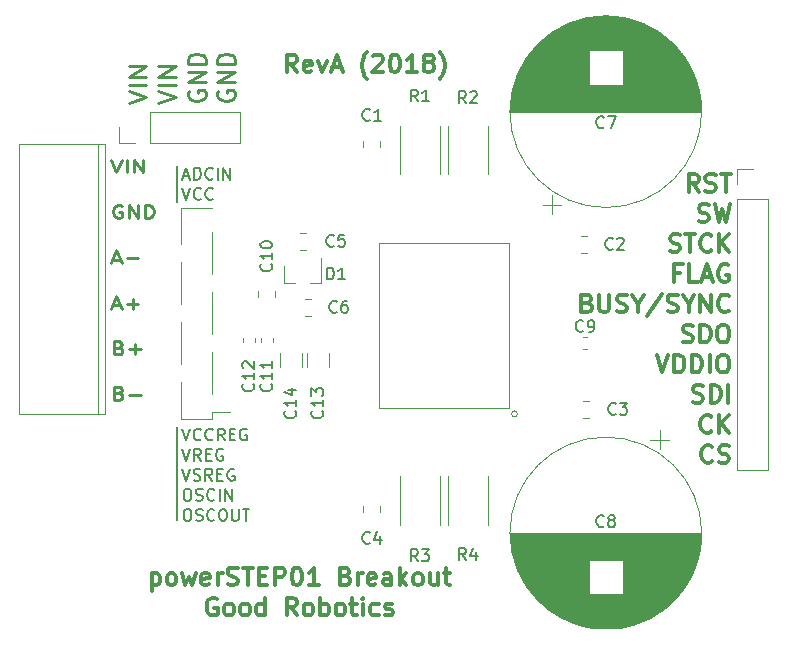
<source format=gbr>
G04 #@! TF.GenerationSoftware,KiCad,Pcbnew,5.0.0-fee4fd1~66~ubuntu16.04.1*
G04 #@! TF.CreationDate,2018-08-14T17:57:09-07:00*
G04 #@! TF.ProjectId,powerstep01-breakout,706F7765727374657030312D62726561,rev?*
G04 #@! TF.SameCoordinates,Original*
G04 #@! TF.FileFunction,Legend,Top*
G04 #@! TF.FilePolarity,Positive*
%FSLAX46Y46*%
G04 Gerber Fmt 4.6, Leading zero omitted, Abs format (unit mm)*
G04 Created by KiCad (PCBNEW 5.0.0-fee4fd1~66~ubuntu16.04.1) date Tue Aug 14 17:57:09 2018*
%MOMM*%
%LPD*%
G01*
G04 APERTURE LIST*
%ADD10C,0.250000*%
%ADD11C,0.200000*%
%ADD12C,0.300000*%
%ADD13C,0.275000*%
%ADD14C,0.050000*%
%ADD15C,0.100000*%
%ADD16C,0.120000*%
%ADD17C,0.150000*%
G04 APERTURE END LIST*
D10*
X107188571Y-67766642D02*
X108688571Y-67266642D01*
X107188571Y-66766642D01*
X108688571Y-66266642D02*
X107188571Y-66266642D01*
X108688571Y-65552357D02*
X107188571Y-65552357D01*
X108688571Y-64695214D01*
X107188571Y-64695214D01*
X109688571Y-67766642D02*
X111188571Y-67266642D01*
X109688571Y-66766642D01*
X111188571Y-66266642D02*
X109688571Y-66266642D01*
X111188571Y-65552357D02*
X109688571Y-65552357D01*
X111188571Y-64695214D01*
X109688571Y-64695214D01*
X112260000Y-66766642D02*
X112188571Y-66909500D01*
X112188571Y-67123785D01*
X112260000Y-67338071D01*
X112402857Y-67480928D01*
X112545714Y-67552357D01*
X112831428Y-67623785D01*
X113045714Y-67623785D01*
X113331428Y-67552357D01*
X113474285Y-67480928D01*
X113617142Y-67338071D01*
X113688571Y-67123785D01*
X113688571Y-66980928D01*
X113617142Y-66766642D01*
X113545714Y-66695214D01*
X113045714Y-66695214D01*
X113045714Y-66980928D01*
X113688571Y-66052357D02*
X112188571Y-66052357D01*
X113688571Y-65195214D01*
X112188571Y-65195214D01*
X113688571Y-64480928D02*
X112188571Y-64480928D01*
X112188571Y-64123785D01*
X112260000Y-63909500D01*
X112402857Y-63766642D01*
X112545714Y-63695214D01*
X112831428Y-63623785D01*
X113045714Y-63623785D01*
X113331428Y-63695214D01*
X113474285Y-63766642D01*
X113617142Y-63909500D01*
X113688571Y-64123785D01*
X113688571Y-64480928D01*
X114760000Y-66766642D02*
X114688571Y-66909500D01*
X114688571Y-67123785D01*
X114760000Y-67338071D01*
X114902857Y-67480928D01*
X115045714Y-67552357D01*
X115331428Y-67623785D01*
X115545714Y-67623785D01*
X115831428Y-67552357D01*
X115974285Y-67480928D01*
X116117142Y-67338071D01*
X116188571Y-67123785D01*
X116188571Y-66980928D01*
X116117142Y-66766642D01*
X116045714Y-66695214D01*
X115545714Y-66695214D01*
X115545714Y-66980928D01*
X116188571Y-66052357D02*
X114688571Y-66052357D01*
X116188571Y-65195214D01*
X114688571Y-65195214D01*
X116188571Y-64480928D02*
X114688571Y-64480928D01*
X114688571Y-64123785D01*
X114760000Y-63909500D01*
X114902857Y-63766642D01*
X115045714Y-63695214D01*
X115331428Y-63623785D01*
X115545714Y-63623785D01*
X115831428Y-63695214D01*
X115974285Y-63766642D01*
X116117142Y-63909500D01*
X116188571Y-64123785D01*
X116188571Y-64480928D01*
D11*
X111731238Y-95366380D02*
X112064571Y-96366380D01*
X112397904Y-95366380D01*
X113302666Y-96271142D02*
X113255047Y-96318761D01*
X113112190Y-96366380D01*
X113016952Y-96366380D01*
X112874095Y-96318761D01*
X112778857Y-96223523D01*
X112731238Y-96128285D01*
X112683619Y-95937809D01*
X112683619Y-95794952D01*
X112731238Y-95604476D01*
X112778857Y-95509238D01*
X112874095Y-95414000D01*
X113016952Y-95366380D01*
X113112190Y-95366380D01*
X113255047Y-95414000D01*
X113302666Y-95461619D01*
X114302666Y-96271142D02*
X114255047Y-96318761D01*
X114112190Y-96366380D01*
X114016952Y-96366380D01*
X113874095Y-96318761D01*
X113778857Y-96223523D01*
X113731238Y-96128285D01*
X113683619Y-95937809D01*
X113683619Y-95794952D01*
X113731238Y-95604476D01*
X113778857Y-95509238D01*
X113874095Y-95414000D01*
X114016952Y-95366380D01*
X114112190Y-95366380D01*
X114255047Y-95414000D01*
X114302666Y-95461619D01*
X115302666Y-96366380D02*
X114969333Y-95890190D01*
X114731238Y-96366380D02*
X114731238Y-95366380D01*
X115112190Y-95366380D01*
X115207428Y-95414000D01*
X115255047Y-95461619D01*
X115302666Y-95556857D01*
X115302666Y-95699714D01*
X115255047Y-95794952D01*
X115207428Y-95842571D01*
X115112190Y-95890190D01*
X114731238Y-95890190D01*
X115731238Y-95842571D02*
X116064571Y-95842571D01*
X116207428Y-96366380D02*
X115731238Y-96366380D01*
X115731238Y-95366380D01*
X116207428Y-95366380D01*
X117159809Y-95414000D02*
X117064571Y-95366380D01*
X116921714Y-95366380D01*
X116778857Y-95414000D01*
X116683619Y-95509238D01*
X116636000Y-95604476D01*
X116588380Y-95794952D01*
X116588380Y-95937809D01*
X116636000Y-96128285D01*
X116683619Y-96223523D01*
X116778857Y-96318761D01*
X116921714Y-96366380D01*
X117016952Y-96366380D01*
X117159809Y-96318761D01*
X117207428Y-96271142D01*
X117207428Y-95937809D01*
X117016952Y-95937809D01*
X111731238Y-97066380D02*
X112064571Y-98066380D01*
X112397904Y-97066380D01*
X113302666Y-98066380D02*
X112969333Y-97590190D01*
X112731238Y-98066380D02*
X112731238Y-97066380D01*
X113112190Y-97066380D01*
X113207428Y-97114000D01*
X113255047Y-97161619D01*
X113302666Y-97256857D01*
X113302666Y-97399714D01*
X113255047Y-97494952D01*
X113207428Y-97542571D01*
X113112190Y-97590190D01*
X112731238Y-97590190D01*
X113731238Y-97542571D02*
X114064571Y-97542571D01*
X114207428Y-98066380D02*
X113731238Y-98066380D01*
X113731238Y-97066380D01*
X114207428Y-97066380D01*
X115159809Y-97114000D02*
X115064571Y-97066380D01*
X114921714Y-97066380D01*
X114778857Y-97114000D01*
X114683619Y-97209238D01*
X114636000Y-97304476D01*
X114588380Y-97494952D01*
X114588380Y-97637809D01*
X114636000Y-97828285D01*
X114683619Y-97923523D01*
X114778857Y-98018761D01*
X114921714Y-98066380D01*
X115016952Y-98066380D01*
X115159809Y-98018761D01*
X115207428Y-97971142D01*
X115207428Y-97637809D01*
X115016952Y-97637809D01*
X111731238Y-98766380D02*
X112064571Y-99766380D01*
X112397904Y-98766380D01*
X112683619Y-99718761D02*
X112826476Y-99766380D01*
X113064571Y-99766380D01*
X113159809Y-99718761D01*
X113207428Y-99671142D01*
X113255047Y-99575904D01*
X113255047Y-99480666D01*
X113207428Y-99385428D01*
X113159809Y-99337809D01*
X113064571Y-99290190D01*
X112874095Y-99242571D01*
X112778857Y-99194952D01*
X112731238Y-99147333D01*
X112683619Y-99052095D01*
X112683619Y-98956857D01*
X112731238Y-98861619D01*
X112778857Y-98814000D01*
X112874095Y-98766380D01*
X113112190Y-98766380D01*
X113255047Y-98814000D01*
X114255047Y-99766380D02*
X113921714Y-99290190D01*
X113683619Y-99766380D02*
X113683619Y-98766380D01*
X114064571Y-98766380D01*
X114159809Y-98814000D01*
X114207428Y-98861619D01*
X114255047Y-98956857D01*
X114255047Y-99099714D01*
X114207428Y-99194952D01*
X114159809Y-99242571D01*
X114064571Y-99290190D01*
X113683619Y-99290190D01*
X114683619Y-99242571D02*
X115016952Y-99242571D01*
X115159809Y-99766380D02*
X114683619Y-99766380D01*
X114683619Y-98766380D01*
X115159809Y-98766380D01*
X116112190Y-98814000D02*
X116016952Y-98766380D01*
X115874095Y-98766380D01*
X115731238Y-98814000D01*
X115636000Y-98909238D01*
X115588380Y-99004476D01*
X115540761Y-99194952D01*
X115540761Y-99337809D01*
X115588380Y-99528285D01*
X115636000Y-99623523D01*
X115731238Y-99718761D01*
X115874095Y-99766380D01*
X115969333Y-99766380D01*
X116112190Y-99718761D01*
X116159809Y-99671142D01*
X116159809Y-99337809D01*
X115969333Y-99337809D01*
X112064571Y-100466380D02*
X112255047Y-100466380D01*
X112350285Y-100514000D01*
X112445523Y-100609238D01*
X112493142Y-100799714D01*
X112493142Y-101133047D01*
X112445523Y-101323523D01*
X112350285Y-101418761D01*
X112255047Y-101466380D01*
X112064571Y-101466380D01*
X111969333Y-101418761D01*
X111874095Y-101323523D01*
X111826476Y-101133047D01*
X111826476Y-100799714D01*
X111874095Y-100609238D01*
X111969333Y-100514000D01*
X112064571Y-100466380D01*
X112874095Y-101418761D02*
X113016952Y-101466380D01*
X113255047Y-101466380D01*
X113350285Y-101418761D01*
X113397904Y-101371142D01*
X113445523Y-101275904D01*
X113445523Y-101180666D01*
X113397904Y-101085428D01*
X113350285Y-101037809D01*
X113255047Y-100990190D01*
X113064571Y-100942571D01*
X112969333Y-100894952D01*
X112921714Y-100847333D01*
X112874095Y-100752095D01*
X112874095Y-100656857D01*
X112921714Y-100561619D01*
X112969333Y-100514000D01*
X113064571Y-100466380D01*
X113302666Y-100466380D01*
X113445523Y-100514000D01*
X114445523Y-101371142D02*
X114397904Y-101418761D01*
X114255047Y-101466380D01*
X114159809Y-101466380D01*
X114016952Y-101418761D01*
X113921714Y-101323523D01*
X113874095Y-101228285D01*
X113826476Y-101037809D01*
X113826476Y-100894952D01*
X113874095Y-100704476D01*
X113921714Y-100609238D01*
X114016952Y-100514000D01*
X114159809Y-100466380D01*
X114255047Y-100466380D01*
X114397904Y-100514000D01*
X114445523Y-100561619D01*
X114874095Y-101466380D02*
X114874095Y-100466380D01*
X115350285Y-101466380D02*
X115350285Y-100466380D01*
X115921714Y-101466380D01*
X115921714Y-100466380D01*
X112064571Y-102166380D02*
X112255047Y-102166380D01*
X112350285Y-102214000D01*
X112445523Y-102309238D01*
X112493142Y-102499714D01*
X112493142Y-102833047D01*
X112445523Y-103023523D01*
X112350285Y-103118761D01*
X112255047Y-103166380D01*
X112064571Y-103166380D01*
X111969333Y-103118761D01*
X111874095Y-103023523D01*
X111826476Y-102833047D01*
X111826476Y-102499714D01*
X111874095Y-102309238D01*
X111969333Y-102214000D01*
X112064571Y-102166380D01*
X112874095Y-103118761D02*
X113016952Y-103166380D01*
X113255047Y-103166380D01*
X113350285Y-103118761D01*
X113397904Y-103071142D01*
X113445523Y-102975904D01*
X113445523Y-102880666D01*
X113397904Y-102785428D01*
X113350285Y-102737809D01*
X113255047Y-102690190D01*
X113064571Y-102642571D01*
X112969333Y-102594952D01*
X112921714Y-102547333D01*
X112874095Y-102452095D01*
X112874095Y-102356857D01*
X112921714Y-102261619D01*
X112969333Y-102214000D01*
X113064571Y-102166380D01*
X113302666Y-102166380D01*
X113445523Y-102214000D01*
X114445523Y-103071142D02*
X114397904Y-103118761D01*
X114255047Y-103166380D01*
X114159809Y-103166380D01*
X114016952Y-103118761D01*
X113921714Y-103023523D01*
X113874095Y-102928285D01*
X113826476Y-102737809D01*
X113826476Y-102594952D01*
X113874095Y-102404476D01*
X113921714Y-102309238D01*
X114016952Y-102214000D01*
X114159809Y-102166380D01*
X114255047Y-102166380D01*
X114397904Y-102214000D01*
X114445523Y-102261619D01*
X115064571Y-102166380D02*
X115255047Y-102166380D01*
X115350285Y-102214000D01*
X115445523Y-102309238D01*
X115493142Y-102499714D01*
X115493142Y-102833047D01*
X115445523Y-103023523D01*
X115350285Y-103118761D01*
X115255047Y-103166380D01*
X115064571Y-103166380D01*
X114969333Y-103118761D01*
X114874095Y-103023523D01*
X114826476Y-102833047D01*
X114826476Y-102499714D01*
X114874095Y-102309238D01*
X114969333Y-102214000D01*
X115064571Y-102166380D01*
X115921714Y-102166380D02*
X115921714Y-102975904D01*
X115969333Y-103071142D01*
X116016952Y-103118761D01*
X116112190Y-103166380D01*
X116302666Y-103166380D01*
X116397904Y-103118761D01*
X116445523Y-103071142D01*
X116493142Y-102975904D01*
X116493142Y-102166380D01*
X116826476Y-102166380D02*
X117397904Y-102166380D01*
X117112190Y-103166380D02*
X117112190Y-102166380D01*
D12*
X155443857Y-75309571D02*
X154943857Y-74595285D01*
X154586714Y-75309571D02*
X154586714Y-73809571D01*
X155158142Y-73809571D01*
X155301000Y-73881000D01*
X155372428Y-73952428D01*
X155443857Y-74095285D01*
X155443857Y-74309571D01*
X155372428Y-74452428D01*
X155301000Y-74523857D01*
X155158142Y-74595285D01*
X154586714Y-74595285D01*
X156015285Y-75238142D02*
X156229571Y-75309571D01*
X156586714Y-75309571D01*
X156729571Y-75238142D01*
X156801000Y-75166714D01*
X156872428Y-75023857D01*
X156872428Y-74881000D01*
X156801000Y-74738142D01*
X156729571Y-74666714D01*
X156586714Y-74595285D01*
X156301000Y-74523857D01*
X156158142Y-74452428D01*
X156086714Y-74381000D01*
X156015285Y-74238142D01*
X156015285Y-74095285D01*
X156086714Y-73952428D01*
X156158142Y-73881000D01*
X156301000Y-73809571D01*
X156658142Y-73809571D01*
X156872428Y-73881000D01*
X157301000Y-73809571D02*
X158158142Y-73809571D01*
X157729571Y-75309571D02*
X157729571Y-73809571D01*
X155443857Y-77788142D02*
X155658142Y-77859571D01*
X156015285Y-77859571D01*
X156158142Y-77788142D01*
X156229571Y-77716714D01*
X156301000Y-77573857D01*
X156301000Y-77431000D01*
X156229571Y-77288142D01*
X156158142Y-77216714D01*
X156015285Y-77145285D01*
X155729571Y-77073857D01*
X155586714Y-77002428D01*
X155515285Y-76931000D01*
X155443857Y-76788142D01*
X155443857Y-76645285D01*
X155515285Y-76502428D01*
X155586714Y-76431000D01*
X155729571Y-76359571D01*
X156086714Y-76359571D01*
X156301000Y-76431000D01*
X156801000Y-76359571D02*
X157158142Y-77859571D01*
X157443857Y-76788142D01*
X157729571Y-77859571D01*
X158086714Y-76359571D01*
X153015285Y-80338142D02*
X153229571Y-80409571D01*
X153586714Y-80409571D01*
X153729571Y-80338142D01*
X153801000Y-80266714D01*
X153872428Y-80123857D01*
X153872428Y-79981000D01*
X153801000Y-79838142D01*
X153729571Y-79766714D01*
X153586714Y-79695285D01*
X153301000Y-79623857D01*
X153158142Y-79552428D01*
X153086714Y-79481000D01*
X153015285Y-79338142D01*
X153015285Y-79195285D01*
X153086714Y-79052428D01*
X153158142Y-78981000D01*
X153301000Y-78909571D01*
X153658142Y-78909571D01*
X153872428Y-78981000D01*
X154301000Y-78909571D02*
X155158142Y-78909571D01*
X154729571Y-80409571D02*
X154729571Y-78909571D01*
X156515285Y-80266714D02*
X156443857Y-80338142D01*
X156229571Y-80409571D01*
X156086714Y-80409571D01*
X155872428Y-80338142D01*
X155729571Y-80195285D01*
X155658142Y-80052428D01*
X155586714Y-79766714D01*
X155586714Y-79552428D01*
X155658142Y-79266714D01*
X155729571Y-79123857D01*
X155872428Y-78981000D01*
X156086714Y-78909571D01*
X156229571Y-78909571D01*
X156443857Y-78981000D01*
X156515285Y-79052428D01*
X157158142Y-80409571D02*
X157158142Y-78909571D01*
X158015285Y-80409571D02*
X157372428Y-79552428D01*
X158015285Y-78909571D02*
X157158142Y-79766714D01*
X153872428Y-82173857D02*
X153372428Y-82173857D01*
X153372428Y-82959571D02*
X153372428Y-81459571D01*
X154086714Y-81459571D01*
X155372428Y-82959571D02*
X154658142Y-82959571D01*
X154658142Y-81459571D01*
X155801000Y-82531000D02*
X156515285Y-82531000D01*
X155658142Y-82959571D02*
X156158142Y-81459571D01*
X156658142Y-82959571D01*
X157943857Y-81531000D02*
X157801000Y-81459571D01*
X157586714Y-81459571D01*
X157372428Y-81531000D01*
X157229571Y-81673857D01*
X157158142Y-81816714D01*
X157086714Y-82102428D01*
X157086714Y-82316714D01*
X157158142Y-82602428D01*
X157229571Y-82745285D01*
X157372428Y-82888142D01*
X157586714Y-82959571D01*
X157729571Y-82959571D01*
X157943857Y-82888142D01*
X158015285Y-82816714D01*
X158015285Y-82316714D01*
X157729571Y-82316714D01*
X146015285Y-84723857D02*
X146229571Y-84795285D01*
X146301000Y-84866714D01*
X146372428Y-85009571D01*
X146372428Y-85223857D01*
X146301000Y-85366714D01*
X146229571Y-85438142D01*
X146086714Y-85509571D01*
X145515285Y-85509571D01*
X145515285Y-84009571D01*
X146015285Y-84009571D01*
X146158142Y-84081000D01*
X146229571Y-84152428D01*
X146301000Y-84295285D01*
X146301000Y-84438142D01*
X146229571Y-84581000D01*
X146158142Y-84652428D01*
X146015285Y-84723857D01*
X145515285Y-84723857D01*
X147015285Y-84009571D02*
X147015285Y-85223857D01*
X147086714Y-85366714D01*
X147158142Y-85438142D01*
X147301000Y-85509571D01*
X147586714Y-85509571D01*
X147729571Y-85438142D01*
X147801000Y-85366714D01*
X147872428Y-85223857D01*
X147872428Y-84009571D01*
X148515285Y-85438142D02*
X148729571Y-85509571D01*
X149086714Y-85509571D01*
X149229571Y-85438142D01*
X149301000Y-85366714D01*
X149372428Y-85223857D01*
X149372428Y-85081000D01*
X149301000Y-84938142D01*
X149229571Y-84866714D01*
X149086714Y-84795285D01*
X148801000Y-84723857D01*
X148658142Y-84652428D01*
X148586714Y-84581000D01*
X148515285Y-84438142D01*
X148515285Y-84295285D01*
X148586714Y-84152428D01*
X148658142Y-84081000D01*
X148801000Y-84009571D01*
X149158142Y-84009571D01*
X149372428Y-84081000D01*
X150301000Y-84795285D02*
X150301000Y-85509571D01*
X149801000Y-84009571D02*
X150301000Y-84795285D01*
X150801000Y-84009571D01*
X152372428Y-83938142D02*
X151086714Y-85866714D01*
X152801000Y-85438142D02*
X153015285Y-85509571D01*
X153372428Y-85509571D01*
X153515285Y-85438142D01*
X153586714Y-85366714D01*
X153658142Y-85223857D01*
X153658142Y-85081000D01*
X153586714Y-84938142D01*
X153515285Y-84866714D01*
X153372428Y-84795285D01*
X153086714Y-84723857D01*
X152943857Y-84652428D01*
X152872428Y-84581000D01*
X152801000Y-84438142D01*
X152801000Y-84295285D01*
X152872428Y-84152428D01*
X152943857Y-84081000D01*
X153086714Y-84009571D01*
X153443857Y-84009571D01*
X153658142Y-84081000D01*
X154586714Y-84795285D02*
X154586714Y-85509571D01*
X154086714Y-84009571D02*
X154586714Y-84795285D01*
X155086714Y-84009571D01*
X155586714Y-85509571D02*
X155586714Y-84009571D01*
X156443857Y-85509571D01*
X156443857Y-84009571D01*
X158015285Y-85366714D02*
X157943857Y-85438142D01*
X157729571Y-85509571D01*
X157586714Y-85509571D01*
X157372428Y-85438142D01*
X157229571Y-85295285D01*
X157158142Y-85152428D01*
X157086714Y-84866714D01*
X157086714Y-84652428D01*
X157158142Y-84366714D01*
X157229571Y-84223857D01*
X157372428Y-84081000D01*
X157586714Y-84009571D01*
X157729571Y-84009571D01*
X157943857Y-84081000D01*
X158015285Y-84152428D01*
X154086714Y-87988142D02*
X154301000Y-88059571D01*
X154658142Y-88059571D01*
X154801000Y-87988142D01*
X154872428Y-87916714D01*
X154943857Y-87773857D01*
X154943857Y-87631000D01*
X154872428Y-87488142D01*
X154801000Y-87416714D01*
X154658142Y-87345285D01*
X154372428Y-87273857D01*
X154229571Y-87202428D01*
X154158142Y-87131000D01*
X154086714Y-86988142D01*
X154086714Y-86845285D01*
X154158142Y-86702428D01*
X154229571Y-86631000D01*
X154372428Y-86559571D01*
X154729571Y-86559571D01*
X154943857Y-86631000D01*
X155586714Y-88059571D02*
X155586714Y-86559571D01*
X155943857Y-86559571D01*
X156158142Y-86631000D01*
X156301000Y-86773857D01*
X156372428Y-86916714D01*
X156443857Y-87202428D01*
X156443857Y-87416714D01*
X156372428Y-87702428D01*
X156301000Y-87845285D01*
X156158142Y-87988142D01*
X155943857Y-88059571D01*
X155586714Y-88059571D01*
X157372428Y-86559571D02*
X157658142Y-86559571D01*
X157801000Y-86631000D01*
X157943857Y-86773857D01*
X158015285Y-87059571D01*
X158015285Y-87559571D01*
X157943857Y-87845285D01*
X157801000Y-87988142D01*
X157658142Y-88059571D01*
X157372428Y-88059571D01*
X157229571Y-87988142D01*
X157086714Y-87845285D01*
X157015285Y-87559571D01*
X157015285Y-87059571D01*
X157086714Y-86773857D01*
X157229571Y-86631000D01*
X157372428Y-86559571D01*
X151872428Y-89109571D02*
X152372428Y-90609571D01*
X152872428Y-89109571D01*
X153372428Y-90609571D02*
X153372428Y-89109571D01*
X153729571Y-89109571D01*
X153943857Y-89181000D01*
X154086714Y-89323857D01*
X154158142Y-89466714D01*
X154229571Y-89752428D01*
X154229571Y-89966714D01*
X154158142Y-90252428D01*
X154086714Y-90395285D01*
X153943857Y-90538142D01*
X153729571Y-90609571D01*
X153372428Y-90609571D01*
X154872428Y-90609571D02*
X154872428Y-89109571D01*
X155229571Y-89109571D01*
X155443857Y-89181000D01*
X155586714Y-89323857D01*
X155658142Y-89466714D01*
X155729571Y-89752428D01*
X155729571Y-89966714D01*
X155658142Y-90252428D01*
X155586714Y-90395285D01*
X155443857Y-90538142D01*
X155229571Y-90609571D01*
X154872428Y-90609571D01*
X156372428Y-90609571D02*
X156372428Y-89109571D01*
X157372428Y-89109571D02*
X157658142Y-89109571D01*
X157801000Y-89181000D01*
X157943857Y-89323857D01*
X158015285Y-89609571D01*
X158015285Y-90109571D01*
X157943857Y-90395285D01*
X157801000Y-90538142D01*
X157658142Y-90609571D01*
X157372428Y-90609571D01*
X157229571Y-90538142D01*
X157086714Y-90395285D01*
X157015285Y-90109571D01*
X157015285Y-89609571D01*
X157086714Y-89323857D01*
X157229571Y-89181000D01*
X157372428Y-89109571D01*
X154943857Y-93088142D02*
X155158142Y-93159571D01*
X155515285Y-93159571D01*
X155658142Y-93088142D01*
X155729571Y-93016714D01*
X155801000Y-92873857D01*
X155801000Y-92731000D01*
X155729571Y-92588142D01*
X155658142Y-92516714D01*
X155515285Y-92445285D01*
X155229571Y-92373857D01*
X155086714Y-92302428D01*
X155015285Y-92231000D01*
X154943857Y-92088142D01*
X154943857Y-91945285D01*
X155015285Y-91802428D01*
X155086714Y-91731000D01*
X155229571Y-91659571D01*
X155586714Y-91659571D01*
X155801000Y-91731000D01*
X156443857Y-93159571D02*
X156443857Y-91659571D01*
X156801000Y-91659571D01*
X157015285Y-91731000D01*
X157158142Y-91873857D01*
X157229571Y-92016714D01*
X157301000Y-92302428D01*
X157301000Y-92516714D01*
X157229571Y-92802428D01*
X157158142Y-92945285D01*
X157015285Y-93088142D01*
X156801000Y-93159571D01*
X156443857Y-93159571D01*
X157943857Y-93159571D02*
X157943857Y-91659571D01*
X156515285Y-95566714D02*
X156443857Y-95638142D01*
X156229571Y-95709571D01*
X156086714Y-95709571D01*
X155872428Y-95638142D01*
X155729571Y-95495285D01*
X155658142Y-95352428D01*
X155586714Y-95066714D01*
X155586714Y-94852428D01*
X155658142Y-94566714D01*
X155729571Y-94423857D01*
X155872428Y-94281000D01*
X156086714Y-94209571D01*
X156229571Y-94209571D01*
X156443857Y-94281000D01*
X156515285Y-94352428D01*
X157158142Y-95709571D02*
X157158142Y-94209571D01*
X158015285Y-95709571D02*
X157372428Y-94852428D01*
X158015285Y-94209571D02*
X157158142Y-95066714D01*
X156586714Y-98116714D02*
X156515285Y-98188142D01*
X156301000Y-98259571D01*
X156158142Y-98259571D01*
X155943857Y-98188142D01*
X155801000Y-98045285D01*
X155729571Y-97902428D01*
X155658142Y-97616714D01*
X155658142Y-97402428D01*
X155729571Y-97116714D01*
X155801000Y-96973857D01*
X155943857Y-96831000D01*
X156158142Y-96759571D01*
X156301000Y-96759571D01*
X156515285Y-96831000D01*
X156586714Y-96902428D01*
X157158142Y-98188142D02*
X157372428Y-98259571D01*
X157729571Y-98259571D01*
X157872428Y-98188142D01*
X157943857Y-98116714D01*
X158015285Y-97973857D01*
X158015285Y-97831000D01*
X157943857Y-97688142D01*
X157872428Y-97616714D01*
X157729571Y-97545285D01*
X157443857Y-97473857D01*
X157301000Y-97402428D01*
X157229571Y-97331000D01*
X157158142Y-97188142D01*
X157158142Y-97045285D01*
X157229571Y-96902428D01*
X157301000Y-96831000D01*
X157443857Y-96759571D01*
X157801000Y-96759571D01*
X158015285Y-96831000D01*
D13*
X105712559Y-72576619D02*
X106145892Y-73676619D01*
X106579226Y-72576619D01*
X107012559Y-73676619D02*
X107012559Y-72576619D01*
X107631607Y-73676619D02*
X107631607Y-72576619D01*
X108374464Y-73676619D01*
X108374464Y-72576619D01*
X106579226Y-76479000D02*
X106455416Y-76426619D01*
X106269702Y-76426619D01*
X106083988Y-76479000D01*
X105960178Y-76583761D01*
X105898273Y-76688523D01*
X105836369Y-76898047D01*
X105836369Y-77055190D01*
X105898273Y-77264714D01*
X105960178Y-77369476D01*
X106083988Y-77474238D01*
X106269702Y-77526619D01*
X106393511Y-77526619D01*
X106579226Y-77474238D01*
X106641130Y-77421857D01*
X106641130Y-77055190D01*
X106393511Y-77055190D01*
X107198273Y-77526619D02*
X107198273Y-76426619D01*
X107941130Y-77526619D01*
X107941130Y-76426619D01*
X108560178Y-77526619D02*
X108560178Y-76426619D01*
X108869702Y-76426619D01*
X109055416Y-76479000D01*
X109179226Y-76583761D01*
X109241130Y-76688523D01*
X109303035Y-76898047D01*
X109303035Y-77055190D01*
X109241130Y-77264714D01*
X109179226Y-77369476D01*
X109055416Y-77474238D01*
X108869702Y-77526619D01*
X108560178Y-77526619D01*
X105836369Y-81062333D02*
X106455416Y-81062333D01*
X105712559Y-81376619D02*
X106145892Y-80276619D01*
X106579226Y-81376619D01*
X107012559Y-80957571D02*
X108003035Y-80957571D01*
X105836369Y-84912333D02*
X106455416Y-84912333D01*
X105712559Y-85226619D02*
X106145892Y-84126619D01*
X106579226Y-85226619D01*
X107012559Y-84807571D02*
X108003035Y-84807571D01*
X107507797Y-85226619D02*
X107507797Y-84388523D01*
X106331607Y-88500428D02*
X106517321Y-88552809D01*
X106579226Y-88605190D01*
X106641130Y-88709952D01*
X106641130Y-88867095D01*
X106579226Y-88971857D01*
X106517321Y-89024238D01*
X106393511Y-89076619D01*
X105898273Y-89076619D01*
X105898273Y-87976619D01*
X106331607Y-87976619D01*
X106455416Y-88029000D01*
X106517321Y-88081380D01*
X106579226Y-88186142D01*
X106579226Y-88290904D01*
X106517321Y-88395666D01*
X106455416Y-88448047D01*
X106331607Y-88500428D01*
X105898273Y-88500428D01*
X107198273Y-88657571D02*
X108188750Y-88657571D01*
X107693511Y-89076619D02*
X107693511Y-88238523D01*
X106331607Y-92350428D02*
X106517321Y-92402809D01*
X106579226Y-92455190D01*
X106641130Y-92559952D01*
X106641130Y-92717095D01*
X106579226Y-92821857D01*
X106517321Y-92874238D01*
X106393511Y-92926619D01*
X105898273Y-92926619D01*
X105898273Y-91826619D01*
X106331607Y-91826619D01*
X106455416Y-91879000D01*
X106517321Y-91931380D01*
X106579226Y-92036142D01*
X106579226Y-92140904D01*
X106517321Y-92245666D01*
X106455416Y-92298047D01*
X106331607Y-92350428D01*
X105898273Y-92350428D01*
X107198273Y-92507571D02*
X108188750Y-92507571D01*
D11*
X111252000Y-73152000D02*
X111252000Y-76200000D01*
X111826476Y-73992666D02*
X112302666Y-73992666D01*
X111731238Y-74278380D02*
X112064571Y-73278380D01*
X112397904Y-74278380D01*
X112731238Y-74278380D02*
X112731238Y-73278380D01*
X112969333Y-73278380D01*
X113112190Y-73326000D01*
X113207428Y-73421238D01*
X113255047Y-73516476D01*
X113302666Y-73706952D01*
X113302666Y-73849809D01*
X113255047Y-74040285D01*
X113207428Y-74135523D01*
X113112190Y-74230761D01*
X112969333Y-74278380D01*
X112731238Y-74278380D01*
X114302666Y-74183142D02*
X114255047Y-74230761D01*
X114112190Y-74278380D01*
X114016952Y-74278380D01*
X113874095Y-74230761D01*
X113778857Y-74135523D01*
X113731238Y-74040285D01*
X113683619Y-73849809D01*
X113683619Y-73706952D01*
X113731238Y-73516476D01*
X113778857Y-73421238D01*
X113874095Y-73326000D01*
X114016952Y-73278380D01*
X114112190Y-73278380D01*
X114255047Y-73326000D01*
X114302666Y-73373619D01*
X114731238Y-74278380D02*
X114731238Y-73278380D01*
X115207428Y-74278380D02*
X115207428Y-73278380D01*
X115778857Y-74278380D01*
X115778857Y-73278380D01*
X111731238Y-74978380D02*
X112064571Y-75978380D01*
X112397904Y-74978380D01*
X113302666Y-75883142D02*
X113255047Y-75930761D01*
X113112190Y-75978380D01*
X113016952Y-75978380D01*
X112874095Y-75930761D01*
X112778857Y-75835523D01*
X112731238Y-75740285D01*
X112683619Y-75549809D01*
X112683619Y-75406952D01*
X112731238Y-75216476D01*
X112778857Y-75121238D01*
X112874095Y-75026000D01*
X113016952Y-74978380D01*
X113112190Y-74978380D01*
X113255047Y-75026000D01*
X113302666Y-75073619D01*
X114302666Y-75883142D02*
X114255047Y-75930761D01*
X114112190Y-75978380D01*
X114016952Y-75978380D01*
X113874095Y-75930761D01*
X113778857Y-75835523D01*
X113731238Y-75740285D01*
X113683619Y-75549809D01*
X113683619Y-75406952D01*
X113731238Y-75216476D01*
X113778857Y-75121238D01*
X113874095Y-75026000D01*
X114016952Y-74978380D01*
X114112190Y-74978380D01*
X114255047Y-75026000D01*
X114302666Y-75073619D01*
D12*
X109130285Y-107623571D02*
X109130285Y-109123571D01*
X109130285Y-107695000D02*
X109273142Y-107623571D01*
X109558857Y-107623571D01*
X109701714Y-107695000D01*
X109773142Y-107766428D01*
X109844571Y-107909285D01*
X109844571Y-108337857D01*
X109773142Y-108480714D01*
X109701714Y-108552142D01*
X109558857Y-108623571D01*
X109273142Y-108623571D01*
X109130285Y-108552142D01*
X110701714Y-108623571D02*
X110558857Y-108552142D01*
X110487428Y-108480714D01*
X110416000Y-108337857D01*
X110416000Y-107909285D01*
X110487428Y-107766428D01*
X110558857Y-107695000D01*
X110701714Y-107623571D01*
X110916000Y-107623571D01*
X111058857Y-107695000D01*
X111130285Y-107766428D01*
X111201714Y-107909285D01*
X111201714Y-108337857D01*
X111130285Y-108480714D01*
X111058857Y-108552142D01*
X110916000Y-108623571D01*
X110701714Y-108623571D01*
X111701714Y-107623571D02*
X111987428Y-108623571D01*
X112273142Y-107909285D01*
X112558857Y-108623571D01*
X112844571Y-107623571D01*
X113987428Y-108552142D02*
X113844571Y-108623571D01*
X113558857Y-108623571D01*
X113416000Y-108552142D01*
X113344571Y-108409285D01*
X113344571Y-107837857D01*
X113416000Y-107695000D01*
X113558857Y-107623571D01*
X113844571Y-107623571D01*
X113987428Y-107695000D01*
X114058857Y-107837857D01*
X114058857Y-107980714D01*
X113344571Y-108123571D01*
X114701714Y-108623571D02*
X114701714Y-107623571D01*
X114701714Y-107909285D02*
X114773142Y-107766428D01*
X114844571Y-107695000D01*
X114987428Y-107623571D01*
X115130285Y-107623571D01*
X115558857Y-108552142D02*
X115773142Y-108623571D01*
X116130285Y-108623571D01*
X116273142Y-108552142D01*
X116344571Y-108480714D01*
X116416000Y-108337857D01*
X116416000Y-108195000D01*
X116344571Y-108052142D01*
X116273142Y-107980714D01*
X116130285Y-107909285D01*
X115844571Y-107837857D01*
X115701714Y-107766428D01*
X115630285Y-107695000D01*
X115558857Y-107552142D01*
X115558857Y-107409285D01*
X115630285Y-107266428D01*
X115701714Y-107195000D01*
X115844571Y-107123571D01*
X116201714Y-107123571D01*
X116416000Y-107195000D01*
X116844571Y-107123571D02*
X117701714Y-107123571D01*
X117273142Y-108623571D02*
X117273142Y-107123571D01*
X118201714Y-107837857D02*
X118701714Y-107837857D01*
X118916000Y-108623571D02*
X118201714Y-108623571D01*
X118201714Y-107123571D01*
X118916000Y-107123571D01*
X119558857Y-108623571D02*
X119558857Y-107123571D01*
X120130285Y-107123571D01*
X120273142Y-107195000D01*
X120344571Y-107266428D01*
X120416000Y-107409285D01*
X120416000Y-107623571D01*
X120344571Y-107766428D01*
X120273142Y-107837857D01*
X120130285Y-107909285D01*
X119558857Y-107909285D01*
X121344571Y-107123571D02*
X121487428Y-107123571D01*
X121630285Y-107195000D01*
X121701714Y-107266428D01*
X121773142Y-107409285D01*
X121844571Y-107695000D01*
X121844571Y-108052142D01*
X121773142Y-108337857D01*
X121701714Y-108480714D01*
X121630285Y-108552142D01*
X121487428Y-108623571D01*
X121344571Y-108623571D01*
X121201714Y-108552142D01*
X121130285Y-108480714D01*
X121058857Y-108337857D01*
X120987428Y-108052142D01*
X120987428Y-107695000D01*
X121058857Y-107409285D01*
X121130285Y-107266428D01*
X121201714Y-107195000D01*
X121344571Y-107123571D01*
X123273142Y-108623571D02*
X122416000Y-108623571D01*
X122844571Y-108623571D02*
X122844571Y-107123571D01*
X122701714Y-107337857D01*
X122558857Y-107480714D01*
X122416000Y-107552142D01*
X125558857Y-107837857D02*
X125773142Y-107909285D01*
X125844571Y-107980714D01*
X125916000Y-108123571D01*
X125916000Y-108337857D01*
X125844571Y-108480714D01*
X125773142Y-108552142D01*
X125630285Y-108623571D01*
X125058857Y-108623571D01*
X125058857Y-107123571D01*
X125558857Y-107123571D01*
X125701714Y-107195000D01*
X125773142Y-107266428D01*
X125844571Y-107409285D01*
X125844571Y-107552142D01*
X125773142Y-107695000D01*
X125701714Y-107766428D01*
X125558857Y-107837857D01*
X125058857Y-107837857D01*
X126558857Y-108623571D02*
X126558857Y-107623571D01*
X126558857Y-107909285D02*
X126630285Y-107766428D01*
X126701714Y-107695000D01*
X126844571Y-107623571D01*
X126987428Y-107623571D01*
X128058857Y-108552142D02*
X127916000Y-108623571D01*
X127630285Y-108623571D01*
X127487428Y-108552142D01*
X127416000Y-108409285D01*
X127416000Y-107837857D01*
X127487428Y-107695000D01*
X127630285Y-107623571D01*
X127916000Y-107623571D01*
X128058857Y-107695000D01*
X128130285Y-107837857D01*
X128130285Y-107980714D01*
X127416000Y-108123571D01*
X129416000Y-108623571D02*
X129416000Y-107837857D01*
X129344571Y-107695000D01*
X129201714Y-107623571D01*
X128916000Y-107623571D01*
X128773142Y-107695000D01*
X129416000Y-108552142D02*
X129273142Y-108623571D01*
X128916000Y-108623571D01*
X128773142Y-108552142D01*
X128701714Y-108409285D01*
X128701714Y-108266428D01*
X128773142Y-108123571D01*
X128916000Y-108052142D01*
X129273142Y-108052142D01*
X129416000Y-107980714D01*
X130130285Y-108623571D02*
X130130285Y-107123571D01*
X130273142Y-108052142D02*
X130701714Y-108623571D01*
X130701714Y-107623571D02*
X130130285Y-108195000D01*
X131558857Y-108623571D02*
X131416000Y-108552142D01*
X131344571Y-108480714D01*
X131273142Y-108337857D01*
X131273142Y-107909285D01*
X131344571Y-107766428D01*
X131416000Y-107695000D01*
X131558857Y-107623571D01*
X131773142Y-107623571D01*
X131916000Y-107695000D01*
X131987428Y-107766428D01*
X132058857Y-107909285D01*
X132058857Y-108337857D01*
X131987428Y-108480714D01*
X131916000Y-108552142D01*
X131773142Y-108623571D01*
X131558857Y-108623571D01*
X133344571Y-107623571D02*
X133344571Y-108623571D01*
X132701714Y-107623571D02*
X132701714Y-108409285D01*
X132773142Y-108552142D01*
X132916000Y-108623571D01*
X133130285Y-108623571D01*
X133273142Y-108552142D01*
X133344571Y-108480714D01*
X133844571Y-107623571D02*
X134416000Y-107623571D01*
X134058857Y-107123571D02*
X134058857Y-108409285D01*
X134130285Y-108552142D01*
X134273142Y-108623571D01*
X134416000Y-108623571D01*
X114630285Y-109745000D02*
X114487428Y-109673571D01*
X114273142Y-109673571D01*
X114058857Y-109745000D01*
X113916000Y-109887857D01*
X113844571Y-110030714D01*
X113773142Y-110316428D01*
X113773142Y-110530714D01*
X113844571Y-110816428D01*
X113916000Y-110959285D01*
X114058857Y-111102142D01*
X114273142Y-111173571D01*
X114416000Y-111173571D01*
X114630285Y-111102142D01*
X114701714Y-111030714D01*
X114701714Y-110530714D01*
X114416000Y-110530714D01*
X115558857Y-111173571D02*
X115416000Y-111102142D01*
X115344571Y-111030714D01*
X115273142Y-110887857D01*
X115273142Y-110459285D01*
X115344571Y-110316428D01*
X115416000Y-110245000D01*
X115558857Y-110173571D01*
X115773142Y-110173571D01*
X115916000Y-110245000D01*
X115987428Y-110316428D01*
X116058857Y-110459285D01*
X116058857Y-110887857D01*
X115987428Y-111030714D01*
X115916000Y-111102142D01*
X115773142Y-111173571D01*
X115558857Y-111173571D01*
X116916000Y-111173571D02*
X116773142Y-111102142D01*
X116701714Y-111030714D01*
X116630285Y-110887857D01*
X116630285Y-110459285D01*
X116701714Y-110316428D01*
X116773142Y-110245000D01*
X116916000Y-110173571D01*
X117130285Y-110173571D01*
X117273142Y-110245000D01*
X117344571Y-110316428D01*
X117416000Y-110459285D01*
X117416000Y-110887857D01*
X117344571Y-111030714D01*
X117273142Y-111102142D01*
X117130285Y-111173571D01*
X116916000Y-111173571D01*
X118701714Y-111173571D02*
X118701714Y-109673571D01*
X118701714Y-111102142D02*
X118558857Y-111173571D01*
X118273142Y-111173571D01*
X118130285Y-111102142D01*
X118058857Y-111030714D01*
X117987428Y-110887857D01*
X117987428Y-110459285D01*
X118058857Y-110316428D01*
X118130285Y-110245000D01*
X118273142Y-110173571D01*
X118558857Y-110173571D01*
X118701714Y-110245000D01*
X121416000Y-111173571D02*
X120916000Y-110459285D01*
X120558857Y-111173571D02*
X120558857Y-109673571D01*
X121130285Y-109673571D01*
X121273142Y-109745000D01*
X121344571Y-109816428D01*
X121416000Y-109959285D01*
X121416000Y-110173571D01*
X121344571Y-110316428D01*
X121273142Y-110387857D01*
X121130285Y-110459285D01*
X120558857Y-110459285D01*
X122273142Y-111173571D02*
X122130285Y-111102142D01*
X122058857Y-111030714D01*
X121987428Y-110887857D01*
X121987428Y-110459285D01*
X122058857Y-110316428D01*
X122130285Y-110245000D01*
X122273142Y-110173571D01*
X122487428Y-110173571D01*
X122630285Y-110245000D01*
X122701714Y-110316428D01*
X122773142Y-110459285D01*
X122773142Y-110887857D01*
X122701714Y-111030714D01*
X122630285Y-111102142D01*
X122487428Y-111173571D01*
X122273142Y-111173571D01*
X123416000Y-111173571D02*
X123416000Y-109673571D01*
X123416000Y-110245000D02*
X123558857Y-110173571D01*
X123844571Y-110173571D01*
X123987428Y-110245000D01*
X124058857Y-110316428D01*
X124130285Y-110459285D01*
X124130285Y-110887857D01*
X124058857Y-111030714D01*
X123987428Y-111102142D01*
X123844571Y-111173571D01*
X123558857Y-111173571D01*
X123416000Y-111102142D01*
X124987428Y-111173571D02*
X124844571Y-111102142D01*
X124773142Y-111030714D01*
X124701714Y-110887857D01*
X124701714Y-110459285D01*
X124773142Y-110316428D01*
X124844571Y-110245000D01*
X124987428Y-110173571D01*
X125201714Y-110173571D01*
X125344571Y-110245000D01*
X125416000Y-110316428D01*
X125487428Y-110459285D01*
X125487428Y-110887857D01*
X125416000Y-111030714D01*
X125344571Y-111102142D01*
X125201714Y-111173571D01*
X124987428Y-111173571D01*
X125916000Y-110173571D02*
X126487428Y-110173571D01*
X126130285Y-109673571D02*
X126130285Y-110959285D01*
X126201714Y-111102142D01*
X126344571Y-111173571D01*
X126487428Y-111173571D01*
X126987428Y-111173571D02*
X126987428Y-110173571D01*
X126987428Y-109673571D02*
X126916000Y-109745000D01*
X126987428Y-109816428D01*
X127058857Y-109745000D01*
X126987428Y-109673571D01*
X126987428Y-109816428D01*
X128344571Y-111102142D02*
X128201714Y-111173571D01*
X127916000Y-111173571D01*
X127773142Y-111102142D01*
X127701714Y-111030714D01*
X127630285Y-110887857D01*
X127630285Y-110459285D01*
X127701714Y-110316428D01*
X127773142Y-110245000D01*
X127916000Y-110173571D01*
X128201714Y-110173571D01*
X128344571Y-110245000D01*
X128916000Y-111102142D02*
X129058857Y-111173571D01*
X129344571Y-111173571D01*
X129487428Y-111102142D01*
X129558857Y-110959285D01*
X129558857Y-110887857D01*
X129487428Y-110745000D01*
X129344571Y-110673571D01*
X129130285Y-110673571D01*
X128987428Y-110602142D01*
X128916000Y-110459285D01*
X128916000Y-110387857D01*
X128987428Y-110245000D01*
X129130285Y-110173571D01*
X129344571Y-110173571D01*
X129487428Y-110245000D01*
D11*
X111252000Y-95250000D02*
X111252000Y-103124000D01*
D12*
X121432571Y-65194571D02*
X120932571Y-64480285D01*
X120575428Y-65194571D02*
X120575428Y-63694571D01*
X121146857Y-63694571D01*
X121289714Y-63766000D01*
X121361142Y-63837428D01*
X121432571Y-63980285D01*
X121432571Y-64194571D01*
X121361142Y-64337428D01*
X121289714Y-64408857D01*
X121146857Y-64480285D01*
X120575428Y-64480285D01*
X122646857Y-65123142D02*
X122504000Y-65194571D01*
X122218285Y-65194571D01*
X122075428Y-65123142D01*
X122004000Y-64980285D01*
X122004000Y-64408857D01*
X122075428Y-64266000D01*
X122218285Y-64194571D01*
X122504000Y-64194571D01*
X122646857Y-64266000D01*
X122718285Y-64408857D01*
X122718285Y-64551714D01*
X122004000Y-64694571D01*
X123218285Y-64194571D02*
X123575428Y-65194571D01*
X123932571Y-64194571D01*
X124432571Y-64766000D02*
X125146857Y-64766000D01*
X124289714Y-65194571D02*
X124789714Y-63694571D01*
X125289714Y-65194571D01*
X127361142Y-65766000D02*
X127289714Y-65694571D01*
X127146857Y-65480285D01*
X127075428Y-65337428D01*
X127004000Y-65123142D01*
X126932571Y-64766000D01*
X126932571Y-64480285D01*
X127004000Y-64123142D01*
X127075428Y-63908857D01*
X127146857Y-63766000D01*
X127289714Y-63551714D01*
X127361142Y-63480285D01*
X127861142Y-63837428D02*
X127932571Y-63766000D01*
X128075428Y-63694571D01*
X128432571Y-63694571D01*
X128575428Y-63766000D01*
X128646857Y-63837428D01*
X128718285Y-63980285D01*
X128718285Y-64123142D01*
X128646857Y-64337428D01*
X127789714Y-65194571D01*
X128718285Y-65194571D01*
X129646857Y-63694571D02*
X129789714Y-63694571D01*
X129932571Y-63766000D01*
X130004000Y-63837428D01*
X130075428Y-63980285D01*
X130146857Y-64266000D01*
X130146857Y-64623142D01*
X130075428Y-64908857D01*
X130004000Y-65051714D01*
X129932571Y-65123142D01*
X129789714Y-65194571D01*
X129646857Y-65194571D01*
X129504000Y-65123142D01*
X129432571Y-65051714D01*
X129361142Y-64908857D01*
X129289714Y-64623142D01*
X129289714Y-64266000D01*
X129361142Y-63980285D01*
X129432571Y-63837428D01*
X129504000Y-63766000D01*
X129646857Y-63694571D01*
X131575428Y-65194571D02*
X130718285Y-65194571D01*
X131146857Y-65194571D02*
X131146857Y-63694571D01*
X131004000Y-63908857D01*
X130861142Y-64051714D01*
X130718285Y-64123142D01*
X132432571Y-64337428D02*
X132289714Y-64266000D01*
X132218285Y-64194571D01*
X132146857Y-64051714D01*
X132146857Y-63980285D01*
X132218285Y-63837428D01*
X132289714Y-63766000D01*
X132432571Y-63694571D01*
X132718285Y-63694571D01*
X132861142Y-63766000D01*
X132932571Y-63837428D01*
X133004000Y-63980285D01*
X133004000Y-64051714D01*
X132932571Y-64194571D01*
X132861142Y-64266000D01*
X132718285Y-64337428D01*
X132432571Y-64337428D01*
X132289714Y-64408857D01*
X132218285Y-64480285D01*
X132146857Y-64623142D01*
X132146857Y-64908857D01*
X132218285Y-65051714D01*
X132289714Y-65123142D01*
X132432571Y-65194571D01*
X132718285Y-65194571D01*
X132861142Y-65123142D01*
X132932571Y-65051714D01*
X133004000Y-64908857D01*
X133004000Y-64623142D01*
X132932571Y-64480285D01*
X132861142Y-64408857D01*
X132718285Y-64337428D01*
X133504000Y-65766000D02*
X133575428Y-65694571D01*
X133718285Y-65480285D01*
X133789714Y-65337428D01*
X133861142Y-65123142D01*
X133932571Y-64766000D01*
X133932571Y-64480285D01*
X133861142Y-64123142D01*
X133789714Y-63908857D01*
X133718285Y-63766000D01*
X133575428Y-63551714D01*
X133504000Y-63480285D01*
D14*
G04 #@! TO.C,U1*
X139358000Y-93614000D02*
X128358000Y-93614000D01*
X128358000Y-93614000D02*
X128358000Y-79614000D01*
X128358000Y-79614000D02*
X139358000Y-79614000D01*
X139358000Y-79614000D02*
X139358000Y-93614000D01*
D15*
X140108000Y-94114000D02*
G75*
G03X140108000Y-94114000I-250000J0D01*
G01*
D16*
G04 #@! TO.C,C13*
X122280000Y-90140064D02*
X122280000Y-88935936D01*
X124100000Y-90140064D02*
X124100000Y-88935936D01*
G04 #@! TO.C,D1*
X120340000Y-83040000D02*
X121270000Y-83040000D01*
X123500000Y-83040000D02*
X122570000Y-83040000D01*
X123500000Y-83040000D02*
X123500000Y-80880000D01*
X120340000Y-83040000D02*
X120340000Y-81580000D01*
G04 #@! TO.C,J4*
X158690000Y-98866000D02*
X161350000Y-98866000D01*
X158690000Y-75946000D02*
X158690000Y-98866000D01*
X161350000Y-75946000D02*
X161350000Y-98866000D01*
X158690000Y-75946000D02*
X161350000Y-75946000D01*
X158690000Y-74676000D02*
X158690000Y-73346000D01*
X158690000Y-73346000D02*
X160020000Y-73346000D01*
G04 #@! TO.C,C9*
X145658721Y-88648000D02*
X145984279Y-88648000D01*
X145658721Y-87628000D02*
X145984279Y-87628000D01*
G04 #@! TO.C,J3*
X114229000Y-94548000D02*
X111569000Y-94548000D01*
X114229000Y-76648000D02*
X111569000Y-76648000D01*
X111569000Y-94548000D02*
X111569000Y-91438000D01*
X114229000Y-93978000D02*
X115749000Y-93978000D01*
X114229000Y-94548000D02*
X114229000Y-93978000D01*
X111569000Y-77218000D02*
X111569000Y-76648000D01*
X111569000Y-89918000D02*
X111569000Y-86358000D01*
X111569000Y-84838000D02*
X111569000Y-81278000D01*
X111569000Y-79758000D02*
X111569000Y-76648000D01*
X114229000Y-92458000D02*
X114229000Y-88898000D01*
X114229000Y-87378000D02*
X114229000Y-83818000D01*
X114229000Y-82298000D02*
X114229000Y-78738000D01*
G04 #@! TO.C,R2*
X134180000Y-73828064D02*
X134180000Y-69723936D01*
X137600000Y-73828064D02*
X137600000Y-69723936D01*
D14*
G04 #@! TO.C,J1*
X97900000Y-94102000D02*
X105200000Y-94102000D01*
X105200000Y-94102000D02*
X105200000Y-71252000D01*
X105200000Y-71252000D02*
X97900000Y-71252000D01*
X97900000Y-71252000D02*
X97900000Y-94102000D01*
X104600000Y-94102000D02*
X104600000Y-71252000D01*
D16*
G04 #@! TO.C,R3*
X133536000Y-99399936D02*
X133536000Y-103504064D01*
X130116000Y-99399936D02*
X130116000Y-103504064D01*
G04 #@! TO.C,R1*
X133536000Y-73828064D02*
X133536000Y-69723936D01*
X130116000Y-73828064D02*
X130116000Y-69723936D01*
G04 #@! TO.C,J2*
X116646000Y-71180000D02*
X116646000Y-68520000D01*
X108966000Y-71180000D02*
X116646000Y-71180000D01*
X108966000Y-68520000D02*
X116646000Y-68520000D01*
X108966000Y-71180000D02*
X108966000Y-68520000D01*
X107696000Y-71180000D02*
X106366000Y-71180000D01*
X106366000Y-71180000D02*
X106366000Y-69850000D01*
G04 #@! TO.C,C6*
X122608078Y-85800000D02*
X122090922Y-85800000D01*
X122608078Y-84380000D02*
X122090922Y-84380000D01*
G04 #@! TO.C,C8*
X155694000Y-104200000D02*
G75*
G03X155694000Y-104200000I-8120000J0D01*
G01*
X155655000Y-104200000D02*
X139493000Y-104200000D01*
X155654000Y-104240000D02*
X139494000Y-104240000D01*
X155654000Y-104280000D02*
X139494000Y-104280000D01*
X155654000Y-104320000D02*
X139494000Y-104320000D01*
X155653000Y-104360000D02*
X139495000Y-104360000D01*
X155652000Y-104400000D02*
X139496000Y-104400000D01*
X155651000Y-104440000D02*
X139497000Y-104440000D01*
X155650000Y-104480000D02*
X139498000Y-104480000D01*
X155648000Y-104520000D02*
X139500000Y-104520000D01*
X155647000Y-104560000D02*
X139501000Y-104560000D01*
X155645000Y-104600000D02*
X139503000Y-104600000D01*
X155643000Y-104640000D02*
X139505000Y-104640000D01*
X155640000Y-104680000D02*
X139508000Y-104680000D01*
X155638000Y-104720000D02*
X139510000Y-104720000D01*
X155635000Y-104760000D02*
X139513000Y-104760000D01*
X155632000Y-104800000D02*
X139516000Y-104800000D01*
X155629000Y-104840000D02*
X139519000Y-104840000D01*
X155626000Y-104880000D02*
X139522000Y-104880000D01*
X155623000Y-104921000D02*
X139525000Y-104921000D01*
X155619000Y-104961000D02*
X139529000Y-104961000D01*
X155615000Y-105001000D02*
X139533000Y-105001000D01*
X155611000Y-105041000D02*
X139537000Y-105041000D01*
X155607000Y-105081000D02*
X139541000Y-105081000D01*
X155602000Y-105121000D02*
X139546000Y-105121000D01*
X155598000Y-105161000D02*
X139550000Y-105161000D01*
X155593000Y-105201000D02*
X139555000Y-105201000D01*
X155588000Y-105241000D02*
X139560000Y-105241000D01*
X155582000Y-105281000D02*
X139566000Y-105281000D01*
X155577000Y-105321000D02*
X139571000Y-105321000D01*
X155571000Y-105361000D02*
X139577000Y-105361000D01*
X155565000Y-105401000D02*
X139583000Y-105401000D01*
X155559000Y-105441000D02*
X139589000Y-105441000D01*
X155553000Y-105481000D02*
X139595000Y-105481000D01*
X155546000Y-105521000D02*
X139602000Y-105521000D01*
X155540000Y-105561000D02*
X139608000Y-105561000D01*
X155533000Y-105601000D02*
X139615000Y-105601000D01*
X155526000Y-105641000D02*
X139622000Y-105641000D01*
X155518000Y-105681000D02*
X139630000Y-105681000D01*
X155511000Y-105721000D02*
X139637000Y-105721000D01*
X155503000Y-105761000D02*
X139645000Y-105761000D01*
X155495000Y-105801000D02*
X139653000Y-105801000D01*
X155487000Y-105841000D02*
X139661000Y-105841000D01*
X155479000Y-105881000D02*
X139669000Y-105881000D01*
X155470000Y-105921000D02*
X139678000Y-105921000D01*
X155461000Y-105961000D02*
X139687000Y-105961000D01*
X155452000Y-106001000D02*
X139696000Y-106001000D01*
X155443000Y-106041000D02*
X139705000Y-106041000D01*
X155434000Y-106081000D02*
X139714000Y-106081000D01*
X155424000Y-106121000D02*
X139724000Y-106121000D01*
X155414000Y-106161000D02*
X139734000Y-106161000D01*
X155404000Y-106201000D02*
X139744000Y-106201000D01*
X155394000Y-106241000D02*
X139754000Y-106241000D01*
X155384000Y-106281000D02*
X139764000Y-106281000D01*
X155373000Y-106321000D02*
X139775000Y-106321000D01*
X155362000Y-106361000D02*
X139786000Y-106361000D01*
X155351000Y-106401000D02*
X139797000Y-106401000D01*
X155339000Y-106441000D02*
X139809000Y-106441000D01*
X155328000Y-106481000D02*
X139820000Y-106481000D01*
X155316000Y-106521000D02*
X149014000Y-106521000D01*
X146134000Y-106521000D02*
X139832000Y-106521000D01*
X155304000Y-106561000D02*
X149014000Y-106561000D01*
X146134000Y-106561000D02*
X139844000Y-106561000D01*
X155292000Y-106601000D02*
X149014000Y-106601000D01*
X146134000Y-106601000D02*
X139856000Y-106601000D01*
X155279000Y-106641000D02*
X149014000Y-106641000D01*
X146134000Y-106641000D02*
X139869000Y-106641000D01*
X155267000Y-106681000D02*
X149014000Y-106681000D01*
X146134000Y-106681000D02*
X139881000Y-106681000D01*
X155254000Y-106721000D02*
X149014000Y-106721000D01*
X146134000Y-106721000D02*
X139894000Y-106721000D01*
X155240000Y-106761000D02*
X149014000Y-106761000D01*
X146134000Y-106761000D02*
X139908000Y-106761000D01*
X155227000Y-106801000D02*
X149014000Y-106801000D01*
X146134000Y-106801000D02*
X139921000Y-106801000D01*
X155213000Y-106841000D02*
X149014000Y-106841000D01*
X146134000Y-106841000D02*
X139935000Y-106841000D01*
X155199000Y-106881000D02*
X149014000Y-106881000D01*
X146134000Y-106881000D02*
X139949000Y-106881000D01*
X155185000Y-106921000D02*
X149014000Y-106921000D01*
X146134000Y-106921000D02*
X139963000Y-106921000D01*
X155171000Y-106961000D02*
X149014000Y-106961000D01*
X146134000Y-106961000D02*
X139977000Y-106961000D01*
X155156000Y-107001000D02*
X149014000Y-107001000D01*
X146134000Y-107001000D02*
X139992000Y-107001000D01*
X155142000Y-107041000D02*
X149014000Y-107041000D01*
X146134000Y-107041000D02*
X140006000Y-107041000D01*
X155127000Y-107081000D02*
X149014000Y-107081000D01*
X146134000Y-107081000D02*
X140021000Y-107081000D01*
X155111000Y-107121000D02*
X149014000Y-107121000D01*
X146134000Y-107121000D02*
X140037000Y-107121000D01*
X155096000Y-107161000D02*
X149014000Y-107161000D01*
X146134000Y-107161000D02*
X140052000Y-107161000D01*
X155080000Y-107201000D02*
X149014000Y-107201000D01*
X146134000Y-107201000D02*
X140068000Y-107201000D01*
X155064000Y-107241000D02*
X149014000Y-107241000D01*
X146134000Y-107241000D02*
X140084000Y-107241000D01*
X155048000Y-107281000D02*
X149014000Y-107281000D01*
X146134000Y-107281000D02*
X140100000Y-107281000D01*
X155031000Y-107321000D02*
X149014000Y-107321000D01*
X146134000Y-107321000D02*
X140117000Y-107321000D01*
X155014000Y-107361000D02*
X149014000Y-107361000D01*
X146134000Y-107361000D02*
X140134000Y-107361000D01*
X154997000Y-107401000D02*
X149014000Y-107401000D01*
X146134000Y-107401000D02*
X140151000Y-107401000D01*
X154980000Y-107441000D02*
X149014000Y-107441000D01*
X146134000Y-107441000D02*
X140168000Y-107441000D01*
X154963000Y-107481000D02*
X149014000Y-107481000D01*
X146134000Y-107481000D02*
X140185000Y-107481000D01*
X154945000Y-107521000D02*
X149014000Y-107521000D01*
X146134000Y-107521000D02*
X140203000Y-107521000D01*
X154927000Y-107561000D02*
X149014000Y-107561000D01*
X146134000Y-107561000D02*
X140221000Y-107561000D01*
X154908000Y-107601000D02*
X149014000Y-107601000D01*
X146134000Y-107601000D02*
X140240000Y-107601000D01*
X154890000Y-107641000D02*
X149014000Y-107641000D01*
X146134000Y-107641000D02*
X140258000Y-107641000D01*
X154871000Y-107681000D02*
X149014000Y-107681000D01*
X146134000Y-107681000D02*
X140277000Y-107681000D01*
X154852000Y-107721000D02*
X149014000Y-107721000D01*
X146134000Y-107721000D02*
X140296000Y-107721000D01*
X154832000Y-107761000D02*
X149014000Y-107761000D01*
X146134000Y-107761000D02*
X140316000Y-107761000D01*
X154813000Y-107801000D02*
X149014000Y-107801000D01*
X146134000Y-107801000D02*
X140335000Y-107801000D01*
X154793000Y-107841000D02*
X149014000Y-107841000D01*
X146134000Y-107841000D02*
X140355000Y-107841000D01*
X154773000Y-107881000D02*
X149014000Y-107881000D01*
X146134000Y-107881000D02*
X140375000Y-107881000D01*
X154752000Y-107921000D02*
X149014000Y-107921000D01*
X146134000Y-107921000D02*
X140396000Y-107921000D01*
X154731000Y-107961000D02*
X149014000Y-107961000D01*
X146134000Y-107961000D02*
X140417000Y-107961000D01*
X154710000Y-108001000D02*
X149014000Y-108001000D01*
X146134000Y-108001000D02*
X140438000Y-108001000D01*
X154689000Y-108041000D02*
X149014000Y-108041000D01*
X146134000Y-108041000D02*
X140459000Y-108041000D01*
X154668000Y-108081000D02*
X149014000Y-108081000D01*
X146134000Y-108081000D02*
X140480000Y-108081000D01*
X154646000Y-108121000D02*
X149014000Y-108121000D01*
X146134000Y-108121000D02*
X140502000Y-108121000D01*
X154623000Y-108161000D02*
X149014000Y-108161000D01*
X146134000Y-108161000D02*
X140525000Y-108161000D01*
X154601000Y-108201000D02*
X149014000Y-108201000D01*
X146134000Y-108201000D02*
X140547000Y-108201000D01*
X154578000Y-108241000D02*
X149014000Y-108241000D01*
X146134000Y-108241000D02*
X140570000Y-108241000D01*
X154555000Y-108281000D02*
X149014000Y-108281000D01*
X146134000Y-108281000D02*
X140593000Y-108281000D01*
X154532000Y-108321000D02*
X149014000Y-108321000D01*
X146134000Y-108321000D02*
X140616000Y-108321000D01*
X154508000Y-108361000D02*
X149014000Y-108361000D01*
X146134000Y-108361000D02*
X140640000Y-108361000D01*
X154484000Y-108401000D02*
X149014000Y-108401000D01*
X146134000Y-108401000D02*
X140664000Y-108401000D01*
X154460000Y-108441000D02*
X149014000Y-108441000D01*
X146134000Y-108441000D02*
X140688000Y-108441000D01*
X154435000Y-108481000D02*
X149014000Y-108481000D01*
X146134000Y-108481000D02*
X140713000Y-108481000D01*
X154410000Y-108521000D02*
X149014000Y-108521000D01*
X146134000Y-108521000D02*
X140738000Y-108521000D01*
X154385000Y-108561000D02*
X149014000Y-108561000D01*
X146134000Y-108561000D02*
X140763000Y-108561000D01*
X154359000Y-108601000D02*
X149014000Y-108601000D01*
X146134000Y-108601000D02*
X140789000Y-108601000D01*
X154333000Y-108641000D02*
X149014000Y-108641000D01*
X146134000Y-108641000D02*
X140815000Y-108641000D01*
X154307000Y-108681000D02*
X149014000Y-108681000D01*
X146134000Y-108681000D02*
X140841000Y-108681000D01*
X154280000Y-108721000D02*
X149014000Y-108721000D01*
X146134000Y-108721000D02*
X140868000Y-108721000D01*
X154253000Y-108761000D02*
X149014000Y-108761000D01*
X146134000Y-108761000D02*
X140895000Y-108761000D01*
X154226000Y-108801000D02*
X149014000Y-108801000D01*
X146134000Y-108801000D02*
X140922000Y-108801000D01*
X154198000Y-108841000D02*
X149014000Y-108841000D01*
X146134000Y-108841000D02*
X140950000Y-108841000D01*
X154170000Y-108881000D02*
X149014000Y-108881000D01*
X146134000Y-108881000D02*
X140978000Y-108881000D01*
X154142000Y-108921000D02*
X149014000Y-108921000D01*
X146134000Y-108921000D02*
X141006000Y-108921000D01*
X154113000Y-108961000D02*
X149014000Y-108961000D01*
X146134000Y-108961000D02*
X141035000Y-108961000D01*
X154084000Y-109001000D02*
X149014000Y-109001000D01*
X146134000Y-109001000D02*
X141064000Y-109001000D01*
X154054000Y-109041000D02*
X149014000Y-109041000D01*
X146134000Y-109041000D02*
X141094000Y-109041000D01*
X154024000Y-109081000D02*
X149014000Y-109081000D01*
X146134000Y-109081000D02*
X141124000Y-109081000D01*
X153994000Y-109121000D02*
X149014000Y-109121000D01*
X146134000Y-109121000D02*
X141154000Y-109121000D01*
X153964000Y-109161000D02*
X149014000Y-109161000D01*
X146134000Y-109161000D02*
X141184000Y-109161000D01*
X153932000Y-109201000D02*
X149014000Y-109201000D01*
X146134000Y-109201000D02*
X141216000Y-109201000D01*
X153901000Y-109241000D02*
X149014000Y-109241000D01*
X146134000Y-109241000D02*
X141247000Y-109241000D01*
X153869000Y-109281000D02*
X149014000Y-109281000D01*
X146134000Y-109281000D02*
X141279000Y-109281000D01*
X153837000Y-109321000D02*
X149014000Y-109321000D01*
X146134000Y-109321000D02*
X141311000Y-109321000D01*
X153804000Y-109361000D02*
X149014000Y-109361000D01*
X146134000Y-109361000D02*
X141344000Y-109361000D01*
X153771000Y-109401000D02*
X141377000Y-109401000D01*
X153737000Y-109441000D02*
X141411000Y-109441000D01*
X153703000Y-109481000D02*
X141445000Y-109481000D01*
X153669000Y-109521000D02*
X141479000Y-109521000D01*
X153634000Y-109561000D02*
X141514000Y-109561000D01*
X153599000Y-109601000D02*
X141549000Y-109601000D01*
X153563000Y-109641000D02*
X141585000Y-109641000D01*
X153526000Y-109681000D02*
X141622000Y-109681000D01*
X153490000Y-109721000D02*
X141658000Y-109721000D01*
X153452000Y-109761000D02*
X141696000Y-109761000D01*
X153414000Y-109801000D02*
X141734000Y-109801000D01*
X153376000Y-109841000D02*
X141772000Y-109841000D01*
X153337000Y-109881000D02*
X141811000Y-109881000D01*
X153298000Y-109921000D02*
X141850000Y-109921000D01*
X153258000Y-109961000D02*
X141890000Y-109961000D01*
X153217000Y-110001000D02*
X141931000Y-110001000D01*
X153176000Y-110041000D02*
X141972000Y-110041000D01*
X153134000Y-110081000D02*
X142014000Y-110081000D01*
X153092000Y-110121000D02*
X142056000Y-110121000D01*
X153049000Y-110161000D02*
X142099000Y-110161000D01*
X153006000Y-110201000D02*
X142142000Y-110201000D01*
X152962000Y-110241000D02*
X142186000Y-110241000D01*
X152917000Y-110281000D02*
X142231000Y-110281000D01*
X152871000Y-110321000D02*
X142277000Y-110321000D01*
X152825000Y-110361000D02*
X142323000Y-110361000D01*
X152778000Y-110401000D02*
X142370000Y-110401000D01*
X152730000Y-110441000D02*
X142418000Y-110441000D01*
X152682000Y-110481000D02*
X142466000Y-110481000D01*
X152633000Y-110521000D02*
X142515000Y-110521000D01*
X152583000Y-110561000D02*
X142565000Y-110561000D01*
X152532000Y-110601000D02*
X142616000Y-110601000D01*
X152480000Y-110641000D02*
X142668000Y-110641000D01*
X152428000Y-110681000D02*
X142720000Y-110681000D01*
X152374000Y-110721000D02*
X142774000Y-110721000D01*
X152320000Y-110761000D02*
X142828000Y-110761000D01*
X152265000Y-110801000D02*
X142883000Y-110801000D01*
X152208000Y-110841000D02*
X142940000Y-110841000D01*
X152151000Y-110881000D02*
X142997000Y-110881000D01*
X152093000Y-110921000D02*
X143055000Y-110921000D01*
X152033000Y-110961000D02*
X143115000Y-110961000D01*
X151972000Y-111001000D02*
X143176000Y-111001000D01*
X151910000Y-111041000D02*
X143238000Y-111041000D01*
X151847000Y-111081000D02*
X143301000Y-111081000D01*
X151783000Y-111121000D02*
X143365000Y-111121000D01*
X151717000Y-111161000D02*
X143431000Y-111161000D01*
X151650000Y-111201000D02*
X143498000Y-111201000D01*
X151581000Y-111241000D02*
X143567000Y-111241000D01*
X151510000Y-111281000D02*
X143638000Y-111281000D01*
X151438000Y-111321000D02*
X143710000Y-111321000D01*
X151364000Y-111361000D02*
X143784000Y-111361000D01*
X151289000Y-111401000D02*
X143859000Y-111401000D01*
X151211000Y-111441000D02*
X143937000Y-111441000D01*
X151131000Y-111481000D02*
X144017000Y-111481000D01*
X151049000Y-111521000D02*
X144099000Y-111521000D01*
X150964000Y-111561000D02*
X144184000Y-111561000D01*
X150877000Y-111601000D02*
X144271000Y-111601000D01*
X150787000Y-111641000D02*
X144361000Y-111641000D01*
X150694000Y-111681000D02*
X144454000Y-111681000D01*
X150598000Y-111721000D02*
X144550000Y-111721000D01*
X150498000Y-111761000D02*
X144650000Y-111761000D01*
X150394000Y-111801000D02*
X144754000Y-111801000D01*
X150285000Y-111841000D02*
X144863000Y-111841000D01*
X150171000Y-111881000D02*
X144977000Y-111881000D01*
X150052000Y-111921000D02*
X145096000Y-111921000D01*
X149925000Y-111961000D02*
X145223000Y-111961000D01*
X149792000Y-112001000D02*
X145356000Y-112001000D01*
X149648000Y-112041000D02*
X145500000Y-112041000D01*
X149494000Y-112081000D02*
X145654000Y-112081000D01*
X149326000Y-112121000D02*
X145822000Y-112121000D01*
X149138000Y-112161000D02*
X146010000Y-112161000D01*
X148925000Y-112201000D02*
X146223000Y-112201000D01*
X148672000Y-112241000D02*
X146476000Y-112241000D01*
X148339000Y-112281000D02*
X146809000Y-112281000D01*
X152129000Y-95510509D02*
X152129000Y-97110509D01*
X152929000Y-96310509D02*
X151329000Y-96310509D01*
G04 #@! TO.C,C3*
X145615922Y-93016000D02*
X146133078Y-93016000D01*
X145615922Y-94436000D02*
X146133078Y-94436000D01*
G04 #@! TO.C,C2*
X145458922Y-80466000D02*
X145976078Y-80466000D01*
X145458922Y-79046000D02*
X145976078Y-79046000D01*
G04 #@! TO.C,C7*
X142219000Y-76409491D02*
X143819000Y-76409491D01*
X143019000Y-77209491D02*
X143019000Y-75609491D01*
X146809000Y-60439000D02*
X148339000Y-60439000D01*
X146476000Y-60479000D02*
X148672000Y-60479000D01*
X146223000Y-60519000D02*
X148925000Y-60519000D01*
X146010000Y-60559000D02*
X149138000Y-60559000D01*
X145822000Y-60599000D02*
X149326000Y-60599000D01*
X145654000Y-60639000D02*
X149494000Y-60639000D01*
X145500000Y-60679000D02*
X149648000Y-60679000D01*
X145356000Y-60719000D02*
X149792000Y-60719000D01*
X145223000Y-60759000D02*
X149925000Y-60759000D01*
X145096000Y-60799000D02*
X150052000Y-60799000D01*
X144977000Y-60839000D02*
X150171000Y-60839000D01*
X144863000Y-60879000D02*
X150285000Y-60879000D01*
X144754000Y-60919000D02*
X150394000Y-60919000D01*
X144650000Y-60959000D02*
X150498000Y-60959000D01*
X144550000Y-60999000D02*
X150598000Y-60999000D01*
X144454000Y-61039000D02*
X150694000Y-61039000D01*
X144361000Y-61079000D02*
X150787000Y-61079000D01*
X144271000Y-61119000D02*
X150877000Y-61119000D01*
X144184000Y-61159000D02*
X150964000Y-61159000D01*
X144099000Y-61199000D02*
X151049000Y-61199000D01*
X144017000Y-61239000D02*
X151131000Y-61239000D01*
X143937000Y-61279000D02*
X151211000Y-61279000D01*
X143859000Y-61319000D02*
X151289000Y-61319000D01*
X143784000Y-61359000D02*
X151364000Y-61359000D01*
X143710000Y-61399000D02*
X151438000Y-61399000D01*
X143638000Y-61439000D02*
X151510000Y-61439000D01*
X143567000Y-61479000D02*
X151581000Y-61479000D01*
X143498000Y-61519000D02*
X151650000Y-61519000D01*
X143431000Y-61559000D02*
X151717000Y-61559000D01*
X143365000Y-61599000D02*
X151783000Y-61599000D01*
X143301000Y-61639000D02*
X151847000Y-61639000D01*
X143238000Y-61679000D02*
X151910000Y-61679000D01*
X143176000Y-61719000D02*
X151972000Y-61719000D01*
X143115000Y-61759000D02*
X152033000Y-61759000D01*
X143055000Y-61799000D02*
X152093000Y-61799000D01*
X142997000Y-61839000D02*
X152151000Y-61839000D01*
X142940000Y-61879000D02*
X152208000Y-61879000D01*
X142883000Y-61919000D02*
X152265000Y-61919000D01*
X142828000Y-61959000D02*
X152320000Y-61959000D01*
X142774000Y-61999000D02*
X152374000Y-61999000D01*
X142720000Y-62039000D02*
X152428000Y-62039000D01*
X142668000Y-62079000D02*
X152480000Y-62079000D01*
X142616000Y-62119000D02*
X152532000Y-62119000D01*
X142565000Y-62159000D02*
X152583000Y-62159000D01*
X142515000Y-62199000D02*
X152633000Y-62199000D01*
X142466000Y-62239000D02*
X152682000Y-62239000D01*
X142418000Y-62279000D02*
X152730000Y-62279000D01*
X142370000Y-62319000D02*
X152778000Y-62319000D01*
X142323000Y-62359000D02*
X152825000Y-62359000D01*
X142277000Y-62399000D02*
X152871000Y-62399000D01*
X142231000Y-62439000D02*
X152917000Y-62439000D01*
X142186000Y-62479000D02*
X152962000Y-62479000D01*
X142142000Y-62519000D02*
X153006000Y-62519000D01*
X142099000Y-62559000D02*
X153049000Y-62559000D01*
X142056000Y-62599000D02*
X153092000Y-62599000D01*
X142014000Y-62639000D02*
X153134000Y-62639000D01*
X141972000Y-62679000D02*
X153176000Y-62679000D01*
X141931000Y-62719000D02*
X153217000Y-62719000D01*
X141890000Y-62759000D02*
X153258000Y-62759000D01*
X141850000Y-62799000D02*
X153298000Y-62799000D01*
X141811000Y-62839000D02*
X153337000Y-62839000D01*
X141772000Y-62879000D02*
X153376000Y-62879000D01*
X141734000Y-62919000D02*
X153414000Y-62919000D01*
X141696000Y-62959000D02*
X153452000Y-62959000D01*
X141658000Y-62999000D02*
X153490000Y-62999000D01*
X141622000Y-63039000D02*
X153526000Y-63039000D01*
X141585000Y-63079000D02*
X153563000Y-63079000D01*
X141549000Y-63119000D02*
X153599000Y-63119000D01*
X141514000Y-63159000D02*
X153634000Y-63159000D01*
X141479000Y-63199000D02*
X153669000Y-63199000D01*
X141445000Y-63239000D02*
X153703000Y-63239000D01*
X141411000Y-63279000D02*
X153737000Y-63279000D01*
X141377000Y-63319000D02*
X153771000Y-63319000D01*
X149014000Y-63359000D02*
X153804000Y-63359000D01*
X141344000Y-63359000D02*
X146134000Y-63359000D01*
X149014000Y-63399000D02*
X153837000Y-63399000D01*
X141311000Y-63399000D02*
X146134000Y-63399000D01*
X149014000Y-63439000D02*
X153869000Y-63439000D01*
X141279000Y-63439000D02*
X146134000Y-63439000D01*
X149014000Y-63479000D02*
X153901000Y-63479000D01*
X141247000Y-63479000D02*
X146134000Y-63479000D01*
X149014000Y-63519000D02*
X153932000Y-63519000D01*
X141216000Y-63519000D02*
X146134000Y-63519000D01*
X149014000Y-63559000D02*
X153964000Y-63559000D01*
X141184000Y-63559000D02*
X146134000Y-63559000D01*
X149014000Y-63599000D02*
X153994000Y-63599000D01*
X141154000Y-63599000D02*
X146134000Y-63599000D01*
X149014000Y-63639000D02*
X154024000Y-63639000D01*
X141124000Y-63639000D02*
X146134000Y-63639000D01*
X149014000Y-63679000D02*
X154054000Y-63679000D01*
X141094000Y-63679000D02*
X146134000Y-63679000D01*
X149014000Y-63719000D02*
X154084000Y-63719000D01*
X141064000Y-63719000D02*
X146134000Y-63719000D01*
X149014000Y-63759000D02*
X154113000Y-63759000D01*
X141035000Y-63759000D02*
X146134000Y-63759000D01*
X149014000Y-63799000D02*
X154142000Y-63799000D01*
X141006000Y-63799000D02*
X146134000Y-63799000D01*
X149014000Y-63839000D02*
X154170000Y-63839000D01*
X140978000Y-63839000D02*
X146134000Y-63839000D01*
X149014000Y-63879000D02*
X154198000Y-63879000D01*
X140950000Y-63879000D02*
X146134000Y-63879000D01*
X149014000Y-63919000D02*
X154226000Y-63919000D01*
X140922000Y-63919000D02*
X146134000Y-63919000D01*
X149014000Y-63959000D02*
X154253000Y-63959000D01*
X140895000Y-63959000D02*
X146134000Y-63959000D01*
X149014000Y-63999000D02*
X154280000Y-63999000D01*
X140868000Y-63999000D02*
X146134000Y-63999000D01*
X149014000Y-64039000D02*
X154307000Y-64039000D01*
X140841000Y-64039000D02*
X146134000Y-64039000D01*
X149014000Y-64079000D02*
X154333000Y-64079000D01*
X140815000Y-64079000D02*
X146134000Y-64079000D01*
X149014000Y-64119000D02*
X154359000Y-64119000D01*
X140789000Y-64119000D02*
X146134000Y-64119000D01*
X149014000Y-64159000D02*
X154385000Y-64159000D01*
X140763000Y-64159000D02*
X146134000Y-64159000D01*
X149014000Y-64199000D02*
X154410000Y-64199000D01*
X140738000Y-64199000D02*
X146134000Y-64199000D01*
X149014000Y-64239000D02*
X154435000Y-64239000D01*
X140713000Y-64239000D02*
X146134000Y-64239000D01*
X149014000Y-64279000D02*
X154460000Y-64279000D01*
X140688000Y-64279000D02*
X146134000Y-64279000D01*
X149014000Y-64319000D02*
X154484000Y-64319000D01*
X140664000Y-64319000D02*
X146134000Y-64319000D01*
X149014000Y-64359000D02*
X154508000Y-64359000D01*
X140640000Y-64359000D02*
X146134000Y-64359000D01*
X149014000Y-64399000D02*
X154532000Y-64399000D01*
X140616000Y-64399000D02*
X146134000Y-64399000D01*
X149014000Y-64439000D02*
X154555000Y-64439000D01*
X140593000Y-64439000D02*
X146134000Y-64439000D01*
X149014000Y-64479000D02*
X154578000Y-64479000D01*
X140570000Y-64479000D02*
X146134000Y-64479000D01*
X149014000Y-64519000D02*
X154601000Y-64519000D01*
X140547000Y-64519000D02*
X146134000Y-64519000D01*
X149014000Y-64559000D02*
X154623000Y-64559000D01*
X140525000Y-64559000D02*
X146134000Y-64559000D01*
X149014000Y-64599000D02*
X154646000Y-64599000D01*
X140502000Y-64599000D02*
X146134000Y-64599000D01*
X149014000Y-64639000D02*
X154668000Y-64639000D01*
X140480000Y-64639000D02*
X146134000Y-64639000D01*
X149014000Y-64679000D02*
X154689000Y-64679000D01*
X140459000Y-64679000D02*
X146134000Y-64679000D01*
X149014000Y-64719000D02*
X154710000Y-64719000D01*
X140438000Y-64719000D02*
X146134000Y-64719000D01*
X149014000Y-64759000D02*
X154731000Y-64759000D01*
X140417000Y-64759000D02*
X146134000Y-64759000D01*
X149014000Y-64799000D02*
X154752000Y-64799000D01*
X140396000Y-64799000D02*
X146134000Y-64799000D01*
X149014000Y-64839000D02*
X154773000Y-64839000D01*
X140375000Y-64839000D02*
X146134000Y-64839000D01*
X149014000Y-64879000D02*
X154793000Y-64879000D01*
X140355000Y-64879000D02*
X146134000Y-64879000D01*
X149014000Y-64919000D02*
X154813000Y-64919000D01*
X140335000Y-64919000D02*
X146134000Y-64919000D01*
X149014000Y-64959000D02*
X154832000Y-64959000D01*
X140316000Y-64959000D02*
X146134000Y-64959000D01*
X149014000Y-64999000D02*
X154852000Y-64999000D01*
X140296000Y-64999000D02*
X146134000Y-64999000D01*
X149014000Y-65039000D02*
X154871000Y-65039000D01*
X140277000Y-65039000D02*
X146134000Y-65039000D01*
X149014000Y-65079000D02*
X154890000Y-65079000D01*
X140258000Y-65079000D02*
X146134000Y-65079000D01*
X149014000Y-65119000D02*
X154908000Y-65119000D01*
X140240000Y-65119000D02*
X146134000Y-65119000D01*
X149014000Y-65159000D02*
X154927000Y-65159000D01*
X140221000Y-65159000D02*
X146134000Y-65159000D01*
X149014000Y-65199000D02*
X154945000Y-65199000D01*
X140203000Y-65199000D02*
X146134000Y-65199000D01*
X149014000Y-65239000D02*
X154963000Y-65239000D01*
X140185000Y-65239000D02*
X146134000Y-65239000D01*
X149014000Y-65279000D02*
X154980000Y-65279000D01*
X140168000Y-65279000D02*
X146134000Y-65279000D01*
X149014000Y-65319000D02*
X154997000Y-65319000D01*
X140151000Y-65319000D02*
X146134000Y-65319000D01*
X149014000Y-65359000D02*
X155014000Y-65359000D01*
X140134000Y-65359000D02*
X146134000Y-65359000D01*
X149014000Y-65399000D02*
X155031000Y-65399000D01*
X140117000Y-65399000D02*
X146134000Y-65399000D01*
X149014000Y-65439000D02*
X155048000Y-65439000D01*
X140100000Y-65439000D02*
X146134000Y-65439000D01*
X149014000Y-65479000D02*
X155064000Y-65479000D01*
X140084000Y-65479000D02*
X146134000Y-65479000D01*
X149014000Y-65519000D02*
X155080000Y-65519000D01*
X140068000Y-65519000D02*
X146134000Y-65519000D01*
X149014000Y-65559000D02*
X155096000Y-65559000D01*
X140052000Y-65559000D02*
X146134000Y-65559000D01*
X149014000Y-65599000D02*
X155111000Y-65599000D01*
X140037000Y-65599000D02*
X146134000Y-65599000D01*
X149014000Y-65639000D02*
X155127000Y-65639000D01*
X140021000Y-65639000D02*
X146134000Y-65639000D01*
X149014000Y-65679000D02*
X155142000Y-65679000D01*
X140006000Y-65679000D02*
X146134000Y-65679000D01*
X149014000Y-65719000D02*
X155156000Y-65719000D01*
X139992000Y-65719000D02*
X146134000Y-65719000D01*
X149014000Y-65759000D02*
X155171000Y-65759000D01*
X139977000Y-65759000D02*
X146134000Y-65759000D01*
X149014000Y-65799000D02*
X155185000Y-65799000D01*
X139963000Y-65799000D02*
X146134000Y-65799000D01*
X149014000Y-65839000D02*
X155199000Y-65839000D01*
X139949000Y-65839000D02*
X146134000Y-65839000D01*
X149014000Y-65879000D02*
X155213000Y-65879000D01*
X139935000Y-65879000D02*
X146134000Y-65879000D01*
X149014000Y-65919000D02*
X155227000Y-65919000D01*
X139921000Y-65919000D02*
X146134000Y-65919000D01*
X149014000Y-65959000D02*
X155240000Y-65959000D01*
X139908000Y-65959000D02*
X146134000Y-65959000D01*
X149014000Y-65999000D02*
X155254000Y-65999000D01*
X139894000Y-65999000D02*
X146134000Y-65999000D01*
X149014000Y-66039000D02*
X155267000Y-66039000D01*
X139881000Y-66039000D02*
X146134000Y-66039000D01*
X149014000Y-66079000D02*
X155279000Y-66079000D01*
X139869000Y-66079000D02*
X146134000Y-66079000D01*
X149014000Y-66119000D02*
X155292000Y-66119000D01*
X139856000Y-66119000D02*
X146134000Y-66119000D01*
X149014000Y-66159000D02*
X155304000Y-66159000D01*
X139844000Y-66159000D02*
X146134000Y-66159000D01*
X149014000Y-66199000D02*
X155316000Y-66199000D01*
X139832000Y-66199000D02*
X146134000Y-66199000D01*
X139820000Y-66239000D02*
X155328000Y-66239000D01*
X139809000Y-66279000D02*
X155339000Y-66279000D01*
X139797000Y-66319000D02*
X155351000Y-66319000D01*
X139786000Y-66359000D02*
X155362000Y-66359000D01*
X139775000Y-66399000D02*
X155373000Y-66399000D01*
X139764000Y-66439000D02*
X155384000Y-66439000D01*
X139754000Y-66479000D02*
X155394000Y-66479000D01*
X139744000Y-66519000D02*
X155404000Y-66519000D01*
X139734000Y-66559000D02*
X155414000Y-66559000D01*
X139724000Y-66599000D02*
X155424000Y-66599000D01*
X139714000Y-66639000D02*
X155434000Y-66639000D01*
X139705000Y-66679000D02*
X155443000Y-66679000D01*
X139696000Y-66719000D02*
X155452000Y-66719000D01*
X139687000Y-66759000D02*
X155461000Y-66759000D01*
X139678000Y-66799000D02*
X155470000Y-66799000D01*
X139669000Y-66839000D02*
X155479000Y-66839000D01*
X139661000Y-66879000D02*
X155487000Y-66879000D01*
X139653000Y-66919000D02*
X155495000Y-66919000D01*
X139645000Y-66959000D02*
X155503000Y-66959000D01*
X139637000Y-66999000D02*
X155511000Y-66999000D01*
X139630000Y-67039000D02*
X155518000Y-67039000D01*
X139622000Y-67079000D02*
X155526000Y-67079000D01*
X139615000Y-67119000D02*
X155533000Y-67119000D01*
X139608000Y-67159000D02*
X155540000Y-67159000D01*
X139602000Y-67199000D02*
X155546000Y-67199000D01*
X139595000Y-67239000D02*
X155553000Y-67239000D01*
X139589000Y-67279000D02*
X155559000Y-67279000D01*
X139583000Y-67319000D02*
X155565000Y-67319000D01*
X139577000Y-67359000D02*
X155571000Y-67359000D01*
X139571000Y-67399000D02*
X155577000Y-67399000D01*
X139566000Y-67439000D02*
X155582000Y-67439000D01*
X139560000Y-67479000D02*
X155588000Y-67479000D01*
X139555000Y-67519000D02*
X155593000Y-67519000D01*
X139550000Y-67559000D02*
X155598000Y-67559000D01*
X139546000Y-67599000D02*
X155602000Y-67599000D01*
X139541000Y-67639000D02*
X155607000Y-67639000D01*
X139537000Y-67679000D02*
X155611000Y-67679000D01*
X139533000Y-67719000D02*
X155615000Y-67719000D01*
X139529000Y-67759000D02*
X155619000Y-67759000D01*
X139525000Y-67799000D02*
X155623000Y-67799000D01*
X139522000Y-67840000D02*
X155626000Y-67840000D01*
X139519000Y-67880000D02*
X155629000Y-67880000D01*
X139516000Y-67920000D02*
X155632000Y-67920000D01*
X139513000Y-67960000D02*
X155635000Y-67960000D01*
X139510000Y-68000000D02*
X155638000Y-68000000D01*
X139508000Y-68040000D02*
X155640000Y-68040000D01*
X139505000Y-68080000D02*
X155643000Y-68080000D01*
X139503000Y-68120000D02*
X155645000Y-68120000D01*
X139501000Y-68160000D02*
X155647000Y-68160000D01*
X139500000Y-68200000D02*
X155648000Y-68200000D01*
X139498000Y-68240000D02*
X155650000Y-68240000D01*
X139497000Y-68280000D02*
X155651000Y-68280000D01*
X139496000Y-68320000D02*
X155652000Y-68320000D01*
X139495000Y-68360000D02*
X155653000Y-68360000D01*
X139494000Y-68400000D02*
X155654000Y-68400000D01*
X139494000Y-68440000D02*
X155654000Y-68440000D01*
X139494000Y-68480000D02*
X155654000Y-68480000D01*
X139493000Y-68520000D02*
X155655000Y-68520000D01*
X155694000Y-68520000D02*
G75*
G03X155694000Y-68520000I-8120000J0D01*
G01*
G04 #@! TO.C,R4*
X134180000Y-99399936D02*
X134180000Y-103504064D01*
X137600000Y-99399936D02*
X137600000Y-103504064D01*
G04 #@! TO.C,C1*
X127052000Y-71554078D02*
X127052000Y-71036922D01*
X128472000Y-71554078D02*
X128472000Y-71036922D01*
G04 #@! TO.C,C5*
X122166078Y-78792000D02*
X121648922Y-78792000D01*
X122166078Y-80212000D02*
X121648922Y-80212000D01*
G04 #@! TO.C,C4*
X127052000Y-101927922D02*
X127052000Y-102445078D01*
X128472000Y-101927922D02*
X128472000Y-102445078D01*
G04 #@! TO.C,C12*
X116838000Y-88021279D02*
X116838000Y-87695721D01*
X117858000Y-88021279D02*
X117858000Y-87695721D01*
G04 #@! TO.C,C14*
X119994000Y-90134064D02*
X119994000Y-88929936D01*
X121814000Y-90134064D02*
X121814000Y-88929936D01*
G04 #@! TO.C,C10*
X119582000Y-83736922D02*
X119582000Y-84254078D01*
X118162000Y-83736922D02*
X118162000Y-84254078D01*
G04 #@! TO.C,C11*
X118362000Y-88021279D02*
X118362000Y-87695721D01*
X119382000Y-88021279D02*
X119382000Y-87695721D01*
G04 #@! TO.C,C13*
D17*
X123547142Y-93860857D02*
X123594761Y-93908476D01*
X123642380Y-94051333D01*
X123642380Y-94146571D01*
X123594761Y-94289428D01*
X123499523Y-94384666D01*
X123404285Y-94432285D01*
X123213809Y-94479904D01*
X123070952Y-94479904D01*
X122880476Y-94432285D01*
X122785238Y-94384666D01*
X122690000Y-94289428D01*
X122642380Y-94146571D01*
X122642380Y-94051333D01*
X122690000Y-93908476D01*
X122737619Y-93860857D01*
X123642380Y-92908476D02*
X123642380Y-93479904D01*
X123642380Y-93194190D02*
X122642380Y-93194190D01*
X122785238Y-93289428D01*
X122880476Y-93384666D01*
X122928095Y-93479904D01*
X122642380Y-92575142D02*
X122642380Y-91956095D01*
X123023333Y-92289428D01*
X123023333Y-92146571D01*
X123070952Y-92051333D01*
X123118571Y-92003714D01*
X123213809Y-91956095D01*
X123451904Y-91956095D01*
X123547142Y-92003714D01*
X123594761Y-92051333D01*
X123642380Y-92146571D01*
X123642380Y-92432285D01*
X123594761Y-92527523D01*
X123547142Y-92575142D01*
G04 #@! TO.C,D1*
X123975904Y-82732380D02*
X123975904Y-81732380D01*
X124214000Y-81732380D01*
X124356857Y-81780000D01*
X124452095Y-81875238D01*
X124499714Y-81970476D01*
X124547333Y-82160952D01*
X124547333Y-82303809D01*
X124499714Y-82494285D01*
X124452095Y-82589523D01*
X124356857Y-82684761D01*
X124214000Y-82732380D01*
X123975904Y-82732380D01*
X125499714Y-82732380D02*
X124928285Y-82732380D01*
X125214000Y-82732380D02*
X125214000Y-81732380D01*
X125118761Y-81875238D01*
X125023523Y-81970476D01*
X124928285Y-82018095D01*
G04 #@! TO.C,C9*
X145654833Y-87065142D02*
X145607214Y-87112761D01*
X145464357Y-87160380D01*
X145369119Y-87160380D01*
X145226261Y-87112761D01*
X145131023Y-87017523D01*
X145083404Y-86922285D01*
X145035785Y-86731809D01*
X145035785Y-86588952D01*
X145083404Y-86398476D01*
X145131023Y-86303238D01*
X145226261Y-86208000D01*
X145369119Y-86160380D01*
X145464357Y-86160380D01*
X145607214Y-86208000D01*
X145654833Y-86255619D01*
X146131023Y-87160380D02*
X146321500Y-87160380D01*
X146416738Y-87112761D01*
X146464357Y-87065142D01*
X146559595Y-86922285D01*
X146607214Y-86731809D01*
X146607214Y-86350857D01*
X146559595Y-86255619D01*
X146511976Y-86208000D01*
X146416738Y-86160380D01*
X146226261Y-86160380D01*
X146131023Y-86208000D01*
X146083404Y-86255619D01*
X146035785Y-86350857D01*
X146035785Y-86588952D01*
X146083404Y-86684190D01*
X146131023Y-86731809D01*
X146226261Y-86779428D01*
X146416738Y-86779428D01*
X146511976Y-86731809D01*
X146559595Y-86684190D01*
X146607214Y-86588952D01*
G04 #@! TO.C,R2*
X135723333Y-67804380D02*
X135390000Y-67328190D01*
X135151904Y-67804380D02*
X135151904Y-66804380D01*
X135532857Y-66804380D01*
X135628095Y-66852000D01*
X135675714Y-66899619D01*
X135723333Y-66994857D01*
X135723333Y-67137714D01*
X135675714Y-67232952D01*
X135628095Y-67280571D01*
X135532857Y-67328190D01*
X135151904Y-67328190D01*
X136104285Y-66899619D02*
X136151904Y-66852000D01*
X136247142Y-66804380D01*
X136485238Y-66804380D01*
X136580476Y-66852000D01*
X136628095Y-66899619D01*
X136675714Y-66994857D01*
X136675714Y-67090095D01*
X136628095Y-67232952D01*
X136056666Y-67804380D01*
X136675714Y-67804380D01*
G04 #@! TO.C,R3*
X131659333Y-106582380D02*
X131326000Y-106106190D01*
X131087904Y-106582380D02*
X131087904Y-105582380D01*
X131468857Y-105582380D01*
X131564095Y-105630000D01*
X131611714Y-105677619D01*
X131659333Y-105772857D01*
X131659333Y-105915714D01*
X131611714Y-106010952D01*
X131564095Y-106058571D01*
X131468857Y-106106190D01*
X131087904Y-106106190D01*
X131992666Y-105582380D02*
X132611714Y-105582380D01*
X132278380Y-105963333D01*
X132421238Y-105963333D01*
X132516476Y-106010952D01*
X132564095Y-106058571D01*
X132611714Y-106153809D01*
X132611714Y-106391904D01*
X132564095Y-106487142D01*
X132516476Y-106534761D01*
X132421238Y-106582380D01*
X132135523Y-106582380D01*
X132040285Y-106534761D01*
X131992666Y-106487142D01*
G04 #@! TO.C,R1*
X131659333Y-67656380D02*
X131326000Y-67180190D01*
X131087904Y-67656380D02*
X131087904Y-66656380D01*
X131468857Y-66656380D01*
X131564095Y-66704000D01*
X131611714Y-66751619D01*
X131659333Y-66846857D01*
X131659333Y-66989714D01*
X131611714Y-67084952D01*
X131564095Y-67132571D01*
X131468857Y-67180190D01*
X131087904Y-67180190D01*
X132611714Y-67656380D02*
X132040285Y-67656380D01*
X132326000Y-67656380D02*
X132326000Y-66656380D01*
X132230761Y-66799238D01*
X132135523Y-66894476D01*
X132040285Y-66942095D01*
G04 #@! TO.C,C6*
X124801333Y-85447142D02*
X124753714Y-85494761D01*
X124610857Y-85542380D01*
X124515619Y-85542380D01*
X124372761Y-85494761D01*
X124277523Y-85399523D01*
X124229904Y-85304285D01*
X124182285Y-85113809D01*
X124182285Y-84970952D01*
X124229904Y-84780476D01*
X124277523Y-84685238D01*
X124372761Y-84590000D01*
X124515619Y-84542380D01*
X124610857Y-84542380D01*
X124753714Y-84590000D01*
X124801333Y-84637619D01*
X125658476Y-84542380D02*
X125468000Y-84542380D01*
X125372761Y-84590000D01*
X125325142Y-84637619D01*
X125229904Y-84780476D01*
X125182285Y-84970952D01*
X125182285Y-85351904D01*
X125229904Y-85447142D01*
X125277523Y-85494761D01*
X125372761Y-85542380D01*
X125563238Y-85542380D01*
X125658476Y-85494761D01*
X125706095Y-85447142D01*
X125753714Y-85351904D01*
X125753714Y-85113809D01*
X125706095Y-85018571D01*
X125658476Y-84970952D01*
X125563238Y-84923333D01*
X125372761Y-84923333D01*
X125277523Y-84970952D01*
X125229904Y-85018571D01*
X125182285Y-85113809D01*
G04 #@! TO.C,C8*
X147407333Y-103601142D02*
X147359714Y-103648761D01*
X147216857Y-103696380D01*
X147121619Y-103696380D01*
X146978761Y-103648761D01*
X146883523Y-103553523D01*
X146835904Y-103458285D01*
X146788285Y-103267809D01*
X146788285Y-103124952D01*
X146835904Y-102934476D01*
X146883523Y-102839238D01*
X146978761Y-102744000D01*
X147121619Y-102696380D01*
X147216857Y-102696380D01*
X147359714Y-102744000D01*
X147407333Y-102791619D01*
X147978761Y-103124952D02*
X147883523Y-103077333D01*
X147835904Y-103029714D01*
X147788285Y-102934476D01*
X147788285Y-102886857D01*
X147835904Y-102791619D01*
X147883523Y-102744000D01*
X147978761Y-102696380D01*
X148169238Y-102696380D01*
X148264476Y-102744000D01*
X148312095Y-102791619D01*
X148359714Y-102886857D01*
X148359714Y-102934476D01*
X148312095Y-103029714D01*
X148264476Y-103077333D01*
X148169238Y-103124952D01*
X147978761Y-103124952D01*
X147883523Y-103172571D01*
X147835904Y-103220190D01*
X147788285Y-103315428D01*
X147788285Y-103505904D01*
X147835904Y-103601142D01*
X147883523Y-103648761D01*
X147978761Y-103696380D01*
X148169238Y-103696380D01*
X148264476Y-103648761D01*
X148312095Y-103601142D01*
X148359714Y-103505904D01*
X148359714Y-103315428D01*
X148312095Y-103220190D01*
X148264476Y-103172571D01*
X148169238Y-103124952D01*
G04 #@! TO.C,C3*
X148423333Y-94083142D02*
X148375714Y-94130761D01*
X148232857Y-94178380D01*
X148137619Y-94178380D01*
X147994761Y-94130761D01*
X147899523Y-94035523D01*
X147851904Y-93940285D01*
X147804285Y-93749809D01*
X147804285Y-93606952D01*
X147851904Y-93416476D01*
X147899523Y-93321238D01*
X147994761Y-93226000D01*
X148137619Y-93178380D01*
X148232857Y-93178380D01*
X148375714Y-93226000D01*
X148423333Y-93273619D01*
X148756666Y-93178380D02*
X149375714Y-93178380D01*
X149042380Y-93559333D01*
X149185238Y-93559333D01*
X149280476Y-93606952D01*
X149328095Y-93654571D01*
X149375714Y-93749809D01*
X149375714Y-93987904D01*
X149328095Y-94083142D01*
X149280476Y-94130761D01*
X149185238Y-94178380D01*
X148899523Y-94178380D01*
X148804285Y-94130761D01*
X148756666Y-94083142D01*
G04 #@! TO.C,C2*
X148169333Y-80113142D02*
X148121714Y-80160761D01*
X147978857Y-80208380D01*
X147883619Y-80208380D01*
X147740761Y-80160761D01*
X147645523Y-80065523D01*
X147597904Y-79970285D01*
X147550285Y-79779809D01*
X147550285Y-79636952D01*
X147597904Y-79446476D01*
X147645523Y-79351238D01*
X147740761Y-79256000D01*
X147883619Y-79208380D01*
X147978857Y-79208380D01*
X148121714Y-79256000D01*
X148169333Y-79303619D01*
X148550285Y-79303619D02*
X148597904Y-79256000D01*
X148693142Y-79208380D01*
X148931238Y-79208380D01*
X149026476Y-79256000D01*
X149074095Y-79303619D01*
X149121714Y-79398857D01*
X149121714Y-79494095D01*
X149074095Y-79636952D01*
X148502666Y-80208380D01*
X149121714Y-80208380D01*
G04 #@! TO.C,C7*
X147407333Y-69833142D02*
X147359714Y-69880761D01*
X147216857Y-69928380D01*
X147121619Y-69928380D01*
X146978761Y-69880761D01*
X146883523Y-69785523D01*
X146835904Y-69690285D01*
X146788285Y-69499809D01*
X146788285Y-69356952D01*
X146835904Y-69166476D01*
X146883523Y-69071238D01*
X146978761Y-68976000D01*
X147121619Y-68928380D01*
X147216857Y-68928380D01*
X147359714Y-68976000D01*
X147407333Y-69023619D01*
X147740666Y-68928380D02*
X148407333Y-68928380D01*
X147978761Y-69928380D01*
G04 #@! TO.C,R4*
X135723333Y-106476380D02*
X135390000Y-106000190D01*
X135151904Y-106476380D02*
X135151904Y-105476380D01*
X135532857Y-105476380D01*
X135628095Y-105524000D01*
X135675714Y-105571619D01*
X135723333Y-105666857D01*
X135723333Y-105809714D01*
X135675714Y-105904952D01*
X135628095Y-105952571D01*
X135532857Y-106000190D01*
X135151904Y-106000190D01*
X136580476Y-105809714D02*
X136580476Y-106476380D01*
X136342380Y-105428761D02*
X136104285Y-106143047D01*
X136723333Y-106143047D01*
G04 #@! TO.C,C1*
X127595333Y-69191142D02*
X127547714Y-69238761D01*
X127404857Y-69286380D01*
X127309619Y-69286380D01*
X127166761Y-69238761D01*
X127071523Y-69143523D01*
X127023904Y-69048285D01*
X126976285Y-68857809D01*
X126976285Y-68714952D01*
X127023904Y-68524476D01*
X127071523Y-68429238D01*
X127166761Y-68334000D01*
X127309619Y-68286380D01*
X127404857Y-68286380D01*
X127547714Y-68334000D01*
X127595333Y-68381619D01*
X128547714Y-69286380D02*
X127976285Y-69286380D01*
X128262000Y-69286380D02*
X128262000Y-68286380D01*
X128166761Y-68429238D01*
X128071523Y-68524476D01*
X127976285Y-68572095D01*
G04 #@! TO.C,C5*
X124547333Y-79859142D02*
X124499714Y-79906761D01*
X124356857Y-79954380D01*
X124261619Y-79954380D01*
X124118761Y-79906761D01*
X124023523Y-79811523D01*
X123975904Y-79716285D01*
X123928285Y-79525809D01*
X123928285Y-79382952D01*
X123975904Y-79192476D01*
X124023523Y-79097238D01*
X124118761Y-79002000D01*
X124261619Y-78954380D01*
X124356857Y-78954380D01*
X124499714Y-79002000D01*
X124547333Y-79049619D01*
X125452095Y-78954380D02*
X124975904Y-78954380D01*
X124928285Y-79430571D01*
X124975904Y-79382952D01*
X125071142Y-79335333D01*
X125309238Y-79335333D01*
X125404476Y-79382952D01*
X125452095Y-79430571D01*
X125499714Y-79525809D01*
X125499714Y-79763904D01*
X125452095Y-79859142D01*
X125404476Y-79906761D01*
X125309238Y-79954380D01*
X125071142Y-79954380D01*
X124975904Y-79906761D01*
X124928285Y-79859142D01*
G04 #@! TO.C,C4*
X127595333Y-105005142D02*
X127547714Y-105052761D01*
X127404857Y-105100380D01*
X127309619Y-105100380D01*
X127166761Y-105052761D01*
X127071523Y-104957523D01*
X127023904Y-104862285D01*
X126976285Y-104671809D01*
X126976285Y-104528952D01*
X127023904Y-104338476D01*
X127071523Y-104243238D01*
X127166761Y-104148000D01*
X127309619Y-104100380D01*
X127404857Y-104100380D01*
X127547714Y-104148000D01*
X127595333Y-104195619D01*
X128452476Y-104433714D02*
X128452476Y-105100380D01*
X128214380Y-104052761D02*
X127976285Y-104767047D01*
X128595333Y-104767047D01*
G04 #@! TO.C,C12*
X117705142Y-91574857D02*
X117752761Y-91622476D01*
X117800380Y-91765333D01*
X117800380Y-91860571D01*
X117752761Y-92003428D01*
X117657523Y-92098666D01*
X117562285Y-92146285D01*
X117371809Y-92193904D01*
X117228952Y-92193904D01*
X117038476Y-92146285D01*
X116943238Y-92098666D01*
X116848000Y-92003428D01*
X116800380Y-91860571D01*
X116800380Y-91765333D01*
X116848000Y-91622476D01*
X116895619Y-91574857D01*
X117800380Y-90622476D02*
X117800380Y-91193904D01*
X117800380Y-90908190D02*
X116800380Y-90908190D01*
X116943238Y-91003428D01*
X117038476Y-91098666D01*
X117086095Y-91193904D01*
X116895619Y-90241523D02*
X116848000Y-90193904D01*
X116800380Y-90098666D01*
X116800380Y-89860571D01*
X116848000Y-89765333D01*
X116895619Y-89717714D01*
X116990857Y-89670095D01*
X117086095Y-89670095D01*
X117228952Y-89717714D01*
X117800380Y-90289142D01*
X117800380Y-89670095D01*
G04 #@! TO.C,C14*
X121261142Y-93860857D02*
X121308761Y-93908476D01*
X121356380Y-94051333D01*
X121356380Y-94146571D01*
X121308761Y-94289428D01*
X121213523Y-94384666D01*
X121118285Y-94432285D01*
X120927809Y-94479904D01*
X120784952Y-94479904D01*
X120594476Y-94432285D01*
X120499238Y-94384666D01*
X120404000Y-94289428D01*
X120356380Y-94146571D01*
X120356380Y-94051333D01*
X120404000Y-93908476D01*
X120451619Y-93860857D01*
X121356380Y-92908476D02*
X121356380Y-93479904D01*
X121356380Y-93194190D02*
X120356380Y-93194190D01*
X120499238Y-93289428D01*
X120594476Y-93384666D01*
X120642095Y-93479904D01*
X120689714Y-92051333D02*
X121356380Y-92051333D01*
X120308761Y-92289428D02*
X121023047Y-92527523D01*
X121023047Y-91908476D01*
G04 #@! TO.C,C10*
X119229142Y-81414857D02*
X119276761Y-81462476D01*
X119324380Y-81605333D01*
X119324380Y-81700571D01*
X119276761Y-81843428D01*
X119181523Y-81938666D01*
X119086285Y-81986285D01*
X118895809Y-82033904D01*
X118752952Y-82033904D01*
X118562476Y-81986285D01*
X118467238Y-81938666D01*
X118372000Y-81843428D01*
X118324380Y-81700571D01*
X118324380Y-81605333D01*
X118372000Y-81462476D01*
X118419619Y-81414857D01*
X119324380Y-80462476D02*
X119324380Y-81033904D01*
X119324380Y-80748190D02*
X118324380Y-80748190D01*
X118467238Y-80843428D01*
X118562476Y-80938666D01*
X118610095Y-81033904D01*
X118324380Y-79843428D02*
X118324380Y-79748190D01*
X118372000Y-79652952D01*
X118419619Y-79605333D01*
X118514857Y-79557714D01*
X118705333Y-79510095D01*
X118943428Y-79510095D01*
X119133904Y-79557714D01*
X119229142Y-79605333D01*
X119276761Y-79652952D01*
X119324380Y-79748190D01*
X119324380Y-79843428D01*
X119276761Y-79938666D01*
X119229142Y-79986285D01*
X119133904Y-80033904D01*
X118943428Y-80081523D01*
X118705333Y-80081523D01*
X118514857Y-80033904D01*
X118419619Y-79986285D01*
X118372000Y-79938666D01*
X118324380Y-79843428D01*
G04 #@! TO.C,C11*
X119229142Y-91574857D02*
X119276761Y-91622476D01*
X119324380Y-91765333D01*
X119324380Y-91860571D01*
X119276761Y-92003428D01*
X119181523Y-92098666D01*
X119086285Y-92146285D01*
X118895809Y-92193904D01*
X118752952Y-92193904D01*
X118562476Y-92146285D01*
X118467238Y-92098666D01*
X118372000Y-92003428D01*
X118324380Y-91860571D01*
X118324380Y-91765333D01*
X118372000Y-91622476D01*
X118419619Y-91574857D01*
X119324380Y-90622476D02*
X119324380Y-91193904D01*
X119324380Y-90908190D02*
X118324380Y-90908190D01*
X118467238Y-91003428D01*
X118562476Y-91098666D01*
X118610095Y-91193904D01*
X119324380Y-89670095D02*
X119324380Y-90241523D01*
X119324380Y-89955809D02*
X118324380Y-89955809D01*
X118467238Y-90051047D01*
X118562476Y-90146285D01*
X118610095Y-90241523D01*
G04 #@! TD*
M02*

</source>
